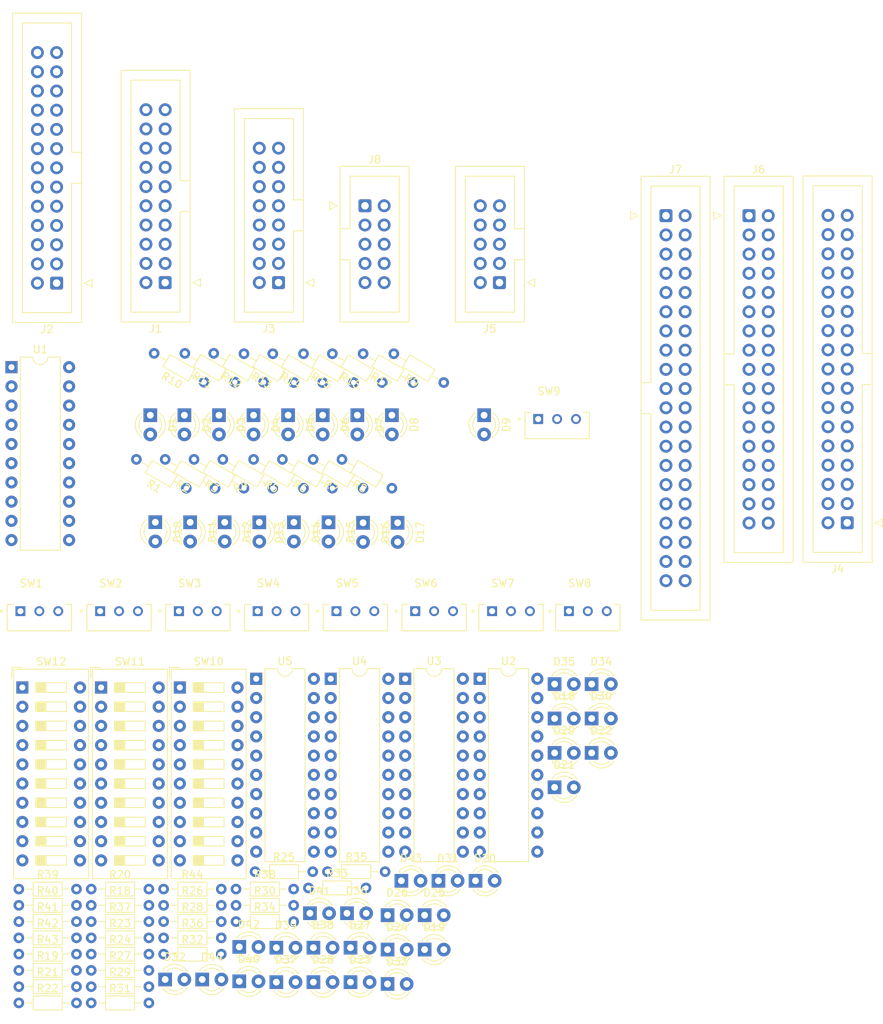
<source format=kicad_pcb>
(kicad_pcb (version 20171130) (host pcbnew "(5.0.2)-1")
  (layers (0 F.Cu signal) (31 B.Cu signal) (34 B.Paste user) (35 F.Paste user) (36 B.SilkS user) (37 F.SilkS user) (38 B.Mask user) (39 F.Mask user) (44 Edge.Cuts user))
  (net 0 "")
  (net 1 "Net-(D1-Pad1)")
  (net 2 "Net-(D2-Pad1)")
  (net 3 "Net-(D3-Pad1)")
  (net 4 "Net-(D4-Pad1)")
  (net 5 "Net-(D5-Pad1)")
  (net 6 "Net-(D6-Pad1)")
  (net 7 "Net-(D7-Pad1)")
  (net 8 "Net-(D8-Pad1)")
  (net 9 +5V)
  (net 10 "Net-(D9-Pad1)")
  (net 11 GND)
  (net 12 "Net-(R9-Pad2)")
  (net 13 "Net-(D10-Pad2)")
  (net 14 "Net-(D10-Pad1)")
  (net 15 "Net-(D11-Pad1)")
  (net 16 "Net-(D11-Pad2)")
  (net 17 "Net-(D12-Pad2)")
  (net 18 "Net-(D12-Pad1)")
  (net 19 "Net-(D13-Pad1)")
  (net 20 "Net-(D13-Pad2)")
  (net 21 "Net-(D14-Pad2)")
  (net 22 "Net-(D14-Pad1)")
  (net 23 "Net-(D15-Pad1)")
  (net 24 "Net-(D15-Pad2)")
  (net 25 "Net-(D16-Pad2)")
  (net 26 "Net-(D16-Pad1)")
  (net 27 "Net-(D17-Pad1)")
  (net 28 "Net-(D17-Pad2)")
  (net 29 "Net-(J1-Pad1)")
  (net 30 "Net-(J1-Pad3)")
  (net 31 "Net-(J1-Pad5)")
  (net 32 "Net-(J1-Pad7)")
  (net 33 "Net-(J1-Pad2)")
  (net 34 "Net-(J1-Pad4)")
  (net 35 "Net-(J1-Pad6)")
  (net 36 "Net-(J1-Pad8)")
  (net 37 "Net-(D18-Pad1)")
  (net 38 "Net-(D19-Pad1)")
  (net 39 "Net-(D20-Pad1)")
  (net 40 "Net-(D21-Pad1)")
  (net 41 "Net-(D22-Pad1)")
  (net 42 "Net-(D23-Pad1)")
  (net 43 "Net-(D24-Pad1)")
  (net 44 "Net-(D25-Pad1)")
  (net 45 "Net-(D26-Pad1)")
  (net 46 "Net-(D27-Pad1)")
  (net 47 "Net-(D28-Pad1)")
  (net 48 "Net-(D29-Pad1)")
  (net 49 "Net-(D30-Pad1)")
  (net 50 "Net-(D31-Pad1)")
  (net 51 "Net-(D32-Pad1)")
  (net 52 "Net-(D33-Pad1)")
  (net 53 "Net-(D34-Pad1)")
  (net 54 "Net-(D35-Pad1)")
  (net 55 "Net-(D36-Pad1)")
  (net 56 "Net-(D37-Pad1)")
  (net 57 "Net-(D38-Pad1)")
  (net 58 "Net-(D39-Pad1)")
  (net 59 "Net-(D40-Pad1)")
  (net 60 "Net-(D41-Pad1)")
  (net 61 "Net-(D42-Pad1)")
  (net 62 "Net-(D43-Pad1)")
  (net 63 "Net-(D44-Pad1)")
  (net 64 "Net-(R18-Pad2)")
  (net 65 "Net-(SW10-Pad1)")
  (module LED_THT:LED_D3.0mm (layer F.Cu) (at 39.6875 49.276 270)
    (fp_text reference D1 (at 1.27 -2.96 270) (layer F.SilkS))
    (fp_text value LED)
    (pad 1 thru_hole rect (at 0 0 270) (size 1.8 1.8) (drill 0.9) (layers *.Cu *.Mask) (net 1 "Net-(D1-Pad1)"))
    (pad 2 thru_hole circle (at 2.54 0 270) (size 1.8 1.8) (drill 0.9) (layers *.Cu *.Mask))
  )
  (module LED_THT:LED_D3.0mm (layer F.Cu) (at 44.196 49.276 270)
    (fp_text reference D2 (at 1.27 -2.96 270) (layer F.SilkS))
    (fp_text value LED)
    (pad 2 thru_hole circle (at 2.54 0 270) (size 1.8 1.8) (drill 0.9) (layers *.Cu *.Mask))
    (pad 1 thru_hole rect (at 0 0 270) (size 1.8 1.8) (drill 0.9) (layers *.Cu *.Mask) (net 2 "Net-(D2-Pad1)"))
  )
  (module LED_THT:LED_D3.0mm (layer F.Cu) (at 48.768 49.276 270)
    (fp_text reference D3 (at 1.27 -2.96 270) (layer F.SilkS))
    (fp_text value LED)
    (pad 1 thru_hole rect (at 0 0 270) (size 1.8 1.8) (drill 0.9) (layers *.Cu *.Mask) (net 3 "Net-(D3-Pad1)"))
    (pad 2 thru_hole circle (at 2.54 0 270) (size 1.8 1.8) (drill 0.9) (layers *.Cu *.Mask))
  )
  (module LED_THT:LED_D3.0mm (layer F.Cu) (at 53.34 49.276 270)
    (fp_text reference D4 (at 1.27 -2.96 270) (layer F.SilkS))
    (fp_text value LED)
    (pad 2 thru_hole circle (at 2.54 0 270) (size 1.8 1.8) (drill 0.9) (layers *.Cu *.Mask))
    (pad 1 thru_hole rect (at 0 0 270) (size 1.8 1.8) (drill 0.9) (layers *.Cu *.Mask) (net 4 "Net-(D4-Pad1)"))
  )
  (module LED_THT:LED_D3.0mm (layer F.Cu) (at 57.912 49.276 270)
    (fp_text reference D5 (at 1.27 -2.96 270) (layer F.SilkS))
    (fp_text value LED)
    (pad 1 thru_hole rect (at 0 0 270) (size 1.8 1.8) (drill 0.9) (layers *.Cu *.Mask) (net 5 "Net-(D5-Pad1)"))
    (pad 2 thru_hole circle (at 2.54 0 270) (size 1.8 1.8) (drill 0.9) (layers *.Cu *.Mask))
  )
  (module LED_THT:LED_D3.0mm (layer F.Cu) (at 62.484 49.276 270)
    (fp_text reference D6 (at 1.27 -2.96 270) (layer F.SilkS))
    (fp_text value LED)
    (pad 1 thru_hole rect (at 0 0 270) (size 1.8 1.8) (drill 0.9) (layers *.Cu *.Mask) (net 6 "Net-(D6-Pad1)"))
    (pad 2 thru_hole circle (at 2.54 0 270) (size 1.8 1.8) (drill 0.9) (layers *.Cu *.Mask))
  )
  (module LED_THT:LED_D3.0mm (layer F.Cu) (at 67.056 49.276 270)
    (fp_text reference D7 (at 1.27 -2.96 270) (layer F.SilkS))
    (fp_text value LED)
    (pad 2 thru_hole circle (at 2.54 0 270) (size 1.8 1.8) (drill 0.9) (layers *.Cu *.Mask))
    (pad 1 thru_hole rect (at 0 0 270) (size 1.8 1.8) (drill 0.9) (layers *.Cu *.Mask) (net 7 "Net-(D7-Pad1)"))
  )
  (module LED_THT:LED_D3.0mm (layer F.Cu) (at 71.628 49.276 270)
    (fp_text reference D8 (at 1.27 -2.96 270) (layer F.SilkS))
    (fp_text value LED)
    (pad 1 thru_hole rect (at 0 0 270) (size 1.8 1.8) (drill 0.9) (layers *.Cu *.Mask) (net 8 "Net-(D8-Pad1)"))
    (pad 2 thru_hole circle (at 2.54 0 270) (size 1.8 1.8) (drill 0.9) (layers *.Cu *.Mask))
  )
  (module LED_THT:LED_D3.0mm (layer F.Cu) (at 83.82 49.276 270)
    (fp_text reference D9 (at 1.27 -2.96 270) (layer F.SilkS))
    (fp_text value LED)
    (pad 2 thru_hole circle (at 2.54 0 270) (size 1.8 1.8) (drill 0.9) (layers *.Cu *.Mask) (net 9 +5V))
    (pad 1 thru_hole rect (at 0 0 270) (size 1.8 1.8) (drill 0.9) (layers *.Cu *.Mask) (net 10 "Net-(D9-Pad1)"))
  )
  (module Connector_IDC:IDC-Header_2x05_P2.54mm_Vertical (layer F.Cu) (at 85.852 31.75 180)
    (fp_text reference J5 (at 1.27 -6.1 180) (layer F.SilkS))
    (fp_text value "Bot Loader")
    (pad 1 thru_hole roundrect (at 0 0 180) (size 1.7 1.7) (drill 1) (layers *.Cu *.Mask) (roundrect_rratio 0.147059))
    (pad 3 thru_hole circle (at 0 2.54 180) (size 1.7 1.7) (drill 1) (layers *.Cu *.Mask))
    (pad 5 thru_hole circle (at 0 5.08 180) (size 1.7 1.7) (drill 1) (layers *.Cu *.Mask))
    (pad 7 thru_hole circle (at 0 7.62 180) (size 1.7 1.7) (drill 1) (layers *.Cu *.Mask))
    (pad 9 thru_hole circle (at 0 10.16 180) (size 1.7 1.7) (drill 1) (layers *.Cu *.Mask))
    (pad 2 thru_hole circle (at 2.54 0 180) (size 1.7 1.7) (drill 1) (layers *.Cu *.Mask))
    (pad 4 thru_hole circle (at 2.54 2.54 180) (size 1.7 1.7) (drill 1) (layers *.Cu *.Mask))
    (pad 6 thru_hole circle (at 2.54 5.08 180) (size 1.7 1.7) (drill 1) (layers *.Cu *.Mask))
    (pad 8 thru_hole circle (at 2.54 7.62 180) (size 1.7 1.7) (drill 1) (layers *.Cu *.Mask))
    (pad 10 thru_hole circle (at 2.54 10.16 180) (size 1.7 1.7) (drill 1) (layers *.Cu *.Mask))
  )
  (module Resistor_THT:R_Axial_DIN0204_L3.6mm_D1.6mm_P7.62mm_Horizontal (layer F.Cu) (at 44.45 58.928 150)
    (fp_text reference R1 (at 3.81 -1.92 150) (layer F.SilkS))
    (fp_text value 1000)
    (pad 2 thru_hole oval (at 7.62 0 150) (size 1.4 1.4) (drill 0.7) (layers *.Cu *.Mask) (net 11 GND))
    (pad 1 thru_hole circle (at 0 0 150) (size 1.4 1.4) (drill 0.7) (layers *.Cu *.Mask) (net 14 "Net-(D10-Pad1)"))
  )
  (module Resistor_THT:R_Axial_DIN0204_L3.6mm_D1.6mm_P7.62mm_Horizontal (layer F.Cu) (at 48.26 58.928 150)
    (fp_text reference R2 (at 3.81 -1.92 150) (layer F.SilkS))
    (fp_text value 1000)
    (pad 1 thru_hole circle (at 0 0 150) (size 1.4 1.4) (drill 0.7) (layers *.Cu *.Mask) (net 15 "Net-(D11-Pad1)"))
    (pad 2 thru_hole oval (at 7.62 0 150) (size 1.4 1.4) (drill 0.7) (layers *.Cu *.Mask) (net 11 GND))
  )
  (module Resistor_THT:R_Axial_DIN0204_L3.6mm_D1.6mm_P7.62mm_Horizontal (layer F.Cu) (at 52.07 58.928 150)
    (fp_text reference R3 (at 3.81 -1.92 150) (layer F.SilkS))
    (fp_text value 1000)
    (pad 1 thru_hole circle (at 0 0 150) (size 1.4 1.4) (drill 0.7) (layers *.Cu *.Mask) (net 18 "Net-(D12-Pad1)"))
    (pad 2 thru_hole oval (at 7.62 0 150) (size 1.4 1.4) (drill 0.7) (layers *.Cu *.Mask) (net 11 GND))
  )
  (module Resistor_THT:R_Axial_DIN0204_L3.6mm_D1.6mm_P7.62mm_Horizontal (layer F.Cu) (at 55.88 58.928 150)
    (fp_text reference R4 (at 3.81 -1.92 210) (layer F.SilkS))
    (fp_text value R)
    (pad 2 thru_hole oval (at 7.62 0 150) (size 1.4 1.4) (drill 0.7) (layers *.Cu *.Mask) (net 11 GND))
    (pad 1 thru_hole circle (at 0 0 150) (size 1.4 1.4) (drill 0.7) (layers *.Cu *.Mask) (net 19 "Net-(D13-Pad1)"))
  )
  (module Resistor_THT:R_Axial_DIN0204_L3.6mm_D1.6mm_P7.62mm_Horizontal (layer F.Cu) (at 59.944 58.928 150)
    (fp_text reference R5 (at 3.81 -1.92 150) (layer F.SilkS))
    (fp_text value R)
    (pad 1 thru_hole circle (at 0 0 150) (size 1.4 1.4) (drill 0.7) (layers *.Cu *.Mask) (net 22 "Net-(D14-Pad1)"))
    (pad 2 thru_hole oval (at 7.62 0 150) (size 1.4 1.4) (drill 0.7) (layers *.Cu *.Mask) (net 11 GND))
  )
  (module Resistor_THT:R_Axial_DIN0204_L3.6mm_D1.6mm_P7.62mm_Horizontal (layer F.Cu) (at 63.754 58.928 150)
    (fp_text reference R6 (at 3.81 -1.92 150) (layer F.SilkS))
    (fp_text value R)
    (pad 2 thru_hole oval (at 7.62 0 150) (size 1.4 1.4) (drill 0.7) (layers *.Cu *.Mask) (net 11 GND))
    (pad 1 thru_hole circle (at 0 0 150) (size 1.4 1.4) (drill 0.7) (layers *.Cu *.Mask) (net 23 "Net-(D15-Pad1)"))
  )
  (module Resistor_THT:R_Axial_DIN0204_L3.6mm_D1.6mm_P7.62mm_Horizontal (layer F.Cu) (at 67.818 58.928 150)
    (fp_text reference R7 (at 3.81 -1.92 150) (layer F.SilkS))
    (fp_text value R)
    (pad 1 thru_hole circle (at 0 0 150) (size 1.4 1.4) (drill 0.7) (layers *.Cu *.Mask) (net 26 "Net-(D16-Pad1)"))
    (pad 2 thru_hole oval (at 7.62 0 150) (size 1.4 1.4) (drill 0.7) (layers *.Cu *.Mask) (net 11 GND))
  )
  (module Resistor_THT:R_Axial_DIN0204_L3.6mm_D1.6mm_P7.62mm_Horizontal (layer F.Cu) (at 71.628 58.928 150)
    (fp_text reference R8 (at 3.81 -1.92 150) (layer F.SilkS))
    (fp_text value R)
    (pad 1 thru_hole circle (at 0 0 150) (size 1.4 1.4) (drill 0.7) (layers *.Cu *.Mask) (net 27 "Net-(D17-Pad1)"))
    (pad 2 thru_hole oval (at 7.62 0 150) (size 1.4 1.4) (drill 0.7) (layers *.Cu *.Mask) (net 11 GND))
  )
  (module Resistor_THT:R_Axial_DIN0204_L3.6mm_D1.6mm_P7.62mm_Horizontal (layer F.Cu) (at 78.486 44.958 150)
    (fp_text reference R9 (at 3.81 -1.92 150) (layer F.SilkS))
    (fp_text value 470)
    (pad 2 thru_hole oval (at 7.62 0 150) (size 1.4 1.4) (drill 0.7) (layers *.Cu *.Mask) (net 12 "Net-(R9-Pad2)"))
    (pad 1 thru_hole circle (at 0 0 150) (size 1.4 1.4) (drill 0.7) (layers *.Cu *.Mask) (net 10 "Net-(D9-Pad1)"))
  )
  (module Resistor_THT:R_Axial_DIN0204_L3.6mm_D1.6mm_P7.62mm_Horizontal (layer F.Cu) (at 46.800664 44.910747 150)
    (fp_text reference R10 (at 3.81 -1.92 150) (layer F.SilkS))
    (fp_text value 1000)
    (pad 2 thru_hole oval (at 7.62 0 150) (size 1.4 1.4) (drill 0.7) (layers *.Cu *.Mask) (net 11 GND))
    (pad 1 thru_hole circle (at 0 0 150) (size 1.4 1.4) (drill 0.7) (layers *.Cu *.Mask) (net 1 "Net-(D1-Pad1)"))
  )
  (module Resistor_THT:R_Axial_DIN0204_L3.6mm_D1.6mm_P7.62mm_Horizontal (layer F.Cu) (at 50.864663 44.910747 150)
    (fp_text reference R11 (at 3.81 -1.92 150) (layer F.SilkS))
    (fp_text value 1000)
    (pad 1 thru_hole circle (at 0 0 150) (size 1.4 1.4) (drill 0.7) (layers *.Cu *.Mask) (net 2 "Net-(D2-Pad1)"))
    (pad 2 thru_hole oval (at 7.62 0 150) (size 1.4 1.4) (drill 0.7) (layers *.Cu *.Mask) (net 11 GND))
  )
  (module Resistor_THT:R_Axial_DIN0204_L3.6mm_D1.6mm_P7.62mm_Horizontal (layer F.Cu) (at 54.674664 44.910747 150)
    (fp_text reference R12 (at 3.81 -1.92 150) (layer F.SilkS))
    (fp_text value 1000)
    (pad 2 thru_hole oval (at 7.62 0 150) (size 1.4 1.4) (drill 0.7) (layers *.Cu *.Mask) (net 11 GND))
    (pad 1 thru_hole circle (at 0 0 150) (size 1.4 1.4) (drill 0.7) (layers *.Cu *.Mask) (net 3 "Net-(D3-Pad1)"))
  )
  (module Resistor_THT:R_Axial_DIN0204_L3.6mm_D1.6mm_P7.62mm_Horizontal (layer F.Cu) (at 58.674 44.958 150)
    (fp_text reference R13 (at 3.81 -1.92 150) (layer F.SilkS))
    (fp_text value 1000)
    (pad 1 thru_hole circle (at 0 0 150) (size 1.4 1.4) (drill 0.7) (layers *.Cu *.Mask) (net 4 "Net-(D4-Pad1)"))
    (pad 2 thru_hole oval (at 7.62 0 150) (size 1.4 1.4) (drill 0.7) (layers *.Cu *.Mask) (net 11 GND))
  )
  (module Resistor_THT:R_Axial_DIN0204_L3.6mm_D1.6mm_P7.62mm_Horizontal (layer F.Cu) (at 62.484 44.958 150)
    (fp_text reference R14 (at 3.81 -1.92 150) (layer F.SilkS))
    (fp_text value 1000)
    (pad 2 thru_hole oval (at 7.62 0 150) (size 1.4 1.4) (drill 0.7) (layers *.Cu *.Mask) (net 11 GND))
    (pad 1 thru_hole circle (at 0 0 150) (size 1.4 1.4) (drill 0.7) (layers *.Cu *.Mask) (net 5 "Net-(D5-Pad1)"))
  )
  (module Resistor_THT:R_Axial_DIN0204_L3.6mm_D1.6mm_P7.62mm_Horizontal (layer F.Cu) (at 66.548 44.958 150)
    (fp_text reference R15 (at 3.81 -1.92 150) (layer F.SilkS))
    (fp_text value 1000)
    (pad 1 thru_hole circle (at 0 0 150) (size 1.4 1.4) (drill 0.7) (layers *.Cu *.Mask) (net 6 "Net-(D6-Pad1)"))
    (pad 2 thru_hole oval (at 7.62 0 150) (size 1.4 1.4) (drill 0.7) (layers *.Cu *.Mask) (net 11 GND))
  )
  (module Resistor_THT:R_Axial_DIN0204_L3.6mm_D1.6mm_P7.62mm_Horizontal (layer F.Cu) (at 70.358 44.958 150)
    (fp_text reference R16 (at 3.81 -1.92 150) (layer F.SilkS))
    (fp_text value 1000)
    (pad 2 thru_hole oval (at 7.62 0 150) (size 1.4 1.4) (drill 0.7) (layers *.Cu *.Mask) (net 11 GND))
    (pad 1 thru_hole circle (at 0 0 150) (size 1.4 1.4) (drill 0.7) (layers *.Cu *.Mask) (net 7 "Net-(D7-Pad1)"))
  )
  (module Resistor_THT:R_Axial_DIN0204_L3.6mm_D1.6mm_P7.62mm_Horizontal (layer F.Cu) (at 74.422 44.958 150)
    (fp_text reference R17 (at 3.81 -1.92 150) (layer F.SilkS))
    (fp_text value 1000)
    (pad 1 thru_hole circle (at 0 0 150) (size 1.4 1.4) (drill 0.7) (layers *.Cu *.Mask) (net 8 "Net-(D8-Pad1)"))
    (pad 2 thru_hole oval (at 7.62 0 150) (size 1.4 1.4) (drill 0.7) (layers *.Cu *.Mask) (net 11 GND))
  )
  (module EG1270:SW_EG1270 (layer F.Cu) (at 25.019 75.184)
    (fp_text reference SW1 (at -1.075 -3.675) (layer F.SilkS))
    (fp_text value SW_DIP_x01)
    (pad 3 thru_hole circle (at 2.5 0) (size 1.308 1.308) (drill 0.8) (layers *.Cu *.Mask))
    (pad 2 thru_hole circle (at 0 0) (size 1.308 1.308) (drill 0.8) (layers *.Cu *.Mask) (net 24 "Net-(D15-Pad2)"))
    (pad 1 thru_hole rect (at -2.5 0) (size 1.308 1.308) (drill 0.8) (layers *.Cu *.Mask) (net 9 +5V))
  )
  (module EG1270:SW_EG1270 (layer F.Cu) (at 35.56 75.184)
    (fp_text reference SW2 (at -1.075 -3.675) (layer F.SilkS))
    (fp_text value SW_DIP_x01)
    (pad 1 thru_hole rect (at -2.5 0) (size 1.308 1.308) (drill 0.8) (layers *.Cu *.Mask) (net 9 +5V))
    (pad 2 thru_hole circle (at 0 0) (size 1.308 1.308) (drill 0.8) (layers *.Cu *.Mask) (net 25 "Net-(D16-Pad2)"))
    (pad 3 thru_hole circle (at 2.5 0) (size 1.308 1.308) (drill 0.8) (layers *.Cu *.Mask))
  )
  (module EG1270:SW_EG1270 (layer F.Cu) (at 45.974 75.184)
    (fp_text reference SW3 (at -1.075 -3.675) (layer F.SilkS))
    (fp_text value SW_DIP_x01)
    (pad 3 thru_hole circle (at 2.5 0) (size 1.308 1.308) (drill 0.8) (layers *.Cu *.Mask))
    (pad 2 thru_hole circle (at 0 0) (size 1.308 1.308) (drill 0.8) (layers *.Cu *.Mask) (net 28 "Net-(D17-Pad2)"))
    (pad 1 thru_hole rect (at -2.5 0) (size 1.308 1.308) (drill 0.8) (layers *.Cu *.Mask) (net 9 +5V))
  )
  (module EG1270:SW_EG1270 (layer F.Cu) (at 56.388 75.184)
    (fp_text reference SW4 (at -1.075 -3.675) (layer F.SilkS))
    (fp_text value SW_DIP_x01)
    (pad 1 thru_hole rect (at -2.5 0) (size 1.308 1.308) (drill 0.8) (layers *.Cu *.Mask) (net 9 +5V))
    (pad 2 thru_hole circle (at 0 0) (size 1.308 1.308) (drill 0.8) (layers *.Cu *.Mask) (net 13 "Net-(D10-Pad2)"))
    (pad 3 thru_hole circle (at 2.5 0) (size 1.308 1.308) (drill 0.8) (layers *.Cu *.Mask))
  )
  (module EG1270:SW_EG1270 (layer F.Cu) (at 66.802 75.184)
    (fp_text reference SW5 (at -1.075 -3.675) (layer F.SilkS))
    (fp_text value SW_DIP_x01)
    (pad 1 thru_hole rect (at -2.5 0) (size 1.308 1.308) (drill 0.8) (layers *.Cu *.Mask) (net 9 +5V))
    (pad 2 thru_hole circle (at 0 0) (size 1.308 1.308) (drill 0.8) (layers *.Cu *.Mask) (net 16 "Net-(D11-Pad2)"))
    (pad 3 thru_hole circle (at 2.5 0) (size 1.308 1.308) (drill 0.8) (layers *.Cu *.Mask))
  )
  (module EG1270:SW_EG1270 (layer F.Cu) (at 77.216 75.184)
    (fp_text reference SW6 (at -1.075 -3.675) (layer F.SilkS))
    (fp_text value SW_DIP_x01)
    (pad 1 thru_hole rect (at -2.5 0) (size 1.308 1.308) (drill 0.8) (layers *.Cu *.Mask) (net 9 +5V))
    (pad 2 thru_hole circle (at 0 0) (size 1.308 1.308) (drill 0.8) (layers *.Cu *.Mask) (net 17 "Net-(D12-Pad2)"))
    (pad 3 thru_hole circle (at 2.5 0) (size 1.308 1.308) (drill 0.8) (layers *.Cu *.Mask))
  )
  (module EG1270:SW_EG1270 (layer F.Cu) (at 87.376 75.184)
    (fp_text reference SW7 (at -1.075 -3.675) (layer F.SilkS))
    (fp_text value SW_DIP_x01)
    (pad 3 thru_hole circle (at 2.5 0) (size 1.308 1.308) (drill 0.8) (layers *.Cu *.Mask))
    (pad 2 thru_hole circle (at 0 0) (size 1.308 1.308) (drill 0.8) (layers *.Cu *.Mask) (net 20 "Net-(D13-Pad2)"))
    (pad 1 thru_hole rect (at -2.5 0) (size 1.308 1.308) (drill 0.8) (layers *.Cu *.Mask) (net 9 +5V))
  )
  (module EG1270:SW_EG1270 (layer F.Cu) (at 97.536 75.184)
    (fp_text reference SW8 (at -1.075 -3.675) (layer F.SilkS))
    (fp_text value SW_DIP_x01)
    (pad 1 thru_hole rect (at -2.5 0) (size 1.308 1.308) (drill 0.8) (layers *.Cu *.Mask) (net 9 +5V))
    (pad 2 thru_hole circle (at 0 0) (size 1.308 1.308) (drill 0.8) (layers *.Cu *.Mask) (net 21 "Net-(D14-Pad2)"))
    (pad 3 thru_hole circle (at 2.5 0) (size 1.308 1.308) (drill 0.8) (layers *.Cu *.Mask))
  )
  (module EG1270:SW_EG1270 (layer F.Cu) (at 93.472 49.784)
    (fp_text reference SW9 (at -1.075 -3.675) (layer F.SilkS))
    (fp_text value SW_DIP_x01)
    (pad 3 thru_hole circle (at 2.5 0) (size 1.308 1.308) (drill 0.8) (layers *.Cu *.Mask))
    (pad 2 thru_hole circle (at 0 0) (size 1.308 1.308) (drill 0.8) (layers *.Cu *.Mask) (net 12 "Net-(R9-Pad2)"))
    (pad 1 thru_hole rect (at -2.5 0) (size 1.308 1.308) (drill 0.8) (layers *.Cu *.Mask) (net 11 GND))
  )
  (module Package_DIP:DIP-20_W7.62mm (layer F.Cu) (at 21.336 42.926)
    (fp_text reference U1 (at 3.81 -2.33) (layer F.SilkS))
    (fp_text value 74LS245)
    (pad 1 thru_hole rect (at 0 0) (size 1.6 1.6) (drill 0.8) (layers *.Cu *.Mask) (net 9 +5V))
    (pad 11 thru_hole oval (at 7.62 22.86) (size 1.6 1.6) (drill 0.8) (layers *.Cu *.Mask) (net 36 "Net-(J1-Pad8)"))
    (pad 2 thru_hole oval (at 0 2.54) (size 1.6 1.6) (drill 0.8) (layers *.Cu *.Mask) (net 13 "Net-(D10-Pad2)"))
    (pad 12 thru_hole oval (at 7.62 20.32) (size 1.6 1.6) (drill 0.8) (layers *.Cu *.Mask) (net 32 "Net-(J1-Pad7)"))
    (pad 3 thru_hole oval (at 0 5.08) (size 1.6 1.6) (drill 0.8) (layers *.Cu *.Mask) (net 16 "Net-(D11-Pad2)"))
    (pad 13 thru_hole oval (at 7.62 17.78) (size 1.6 1.6) (drill 0.8) (layers *.Cu *.Mask) (net 35 "Net-(J1-Pad6)"))
    (pad 4 thru_hole oval (at 0 7.62) (size 1.6 1.6) (drill 0.8) (layers *.Cu *.Mask) (net 17 "Net-(D12-Pad2)"))
    (pad 14 thru_hole oval (at 7.62 15.24) (size 1.6 1.6) (drill 0.8) (layers *.Cu *.Mask) (net 31 "Net-(J1-Pad5)"))
    (pad 5 thru_hole oval (at 0 10.16) (size 1.6 1.6) (drill 0.8) (layers *.Cu *.Mask) (net 20 "Net-(D13-Pad2)"))
    (pad 15 thru_hole oval (at 7.62 12.7) (size 1.6 1.6) (drill 0.8) (layers *.Cu *.Mask) (net 34 "Net-(J1-Pad4)"))
    (pad 6 thru_hole oval (at 0 12.7) (size 1.6 1.6) (drill 0.8) (layers *.Cu *.Mask) (net 21 "Net-(D14-Pad2)"))
    (pad 16 thru_hole oval (at 7.62 10.16) (size 1.6 1.6) (drill 0.8) (layers *.Cu *.Mask) (net 30 "Net-(J1-Pad3)"))
    (pad 7 thru_hole oval (at 0 15.24) (size 1.6 1.6) (drill 0.8) (layers *.Cu *.Mask) (net 24 "Net-(D15-Pad2)"))
    (pad 17 thru_hole oval (at 7.62 7.62) (size 1.6 1.6) (drill 0.8) (layers *.Cu *.Mask) (net 33 "Net-(J1-Pad2)"))
    (pad 8 thru_hole oval (at 0 17.78) (size 1.6 1.6) (drill 0.8) (layers *.Cu *.Mask) (net 25 "Net-(D16-Pad2)"))
    (pad 18 thru_hole oval (at 7.62 5.08) (size 1.6 1.6) (drill 0.8) (layers *.Cu *.Mask) (net 29 "Net-(J1-Pad1)"))
    (pad 9 thru_hole oval (at 0 20.32) (size 1.6 1.6) (drill 0.8) (layers *.Cu *.Mask) (net 28 "Net-(D17-Pad2)"))
    (pad 19 thru_hole oval (at 7.62 2.54) (size 1.6 1.6) (drill 0.8) (layers *.Cu *.Mask) (net 12 "Net-(R9-Pad2)"))
    (pad 10 thru_hole oval (at 0 22.86) (size 1.6 1.6) (drill 0.8) (layers *.Cu *.Mask) (net 11 GND))
    (pad 20 thru_hole oval (at 7.62 0) (size 1.6 1.6) (drill 0.8) (layers *.Cu *.Mask))
  )
  (module LED_THT:LED_D3.0mm (layer F.Cu) (at 40.354501 63.425501 270)
    (fp_text reference D10 (at 1.27 -2.96 270) (layer F.SilkS))
    (fp_text value LED)
    (pad 2 thru_hole circle (at 2.54 0 270) (size 1.8 1.8) (drill 0.9) (layers *.Cu *.Mask) (net 13 "Net-(D10-Pad2)"))
    (pad 1 thru_hole rect (at 0 0 270) (size 1.8 1.8) (drill 0.9) (layers *.Cu *.Mask) (net 14 "Net-(D10-Pad1)"))
  )
  (module LED_THT:LED_D3.0mm (layer F.Cu) (at 44.958 63.4365 270)
    (fp_text reference D11 (at 1.27 -2.96 270) (layer F.SilkS))
    (fp_text value LED)
    (pad 1 thru_hole rect (at 0 0 270) (size 1.8 1.8) (drill 0.9) (layers *.Cu *.Mask) (net 15 "Net-(D11-Pad1)"))
    (pad 2 thru_hole circle (at 2.54 0 270) (size 1.8 1.8) (drill 0.9) (layers *.Cu *.Mask) (net 16 "Net-(D11-Pad2)"))
  )
  (module LED_THT:LED_D3.0mm (layer F.Cu) (at 49.53 63.4365 270)
    (fp_text reference D12 (at 1.27 -2.96 270) (layer F.SilkS))
    (fp_text value LED)
    (pad 2 thru_hole circle (at 2.54 0 270) (size 1.8 1.8) (drill 0.9) (layers *.Cu *.Mask) (net 17 "Net-(D12-Pad2)"))
    (pad 1 thru_hole rect (at 0 0 270) (size 1.8 1.8) (drill 0.9) (layers *.Cu *.Mask) (net 18 "Net-(D12-Pad1)"))
  )
  (module LED_THT:LED_D3.0mm (layer F.Cu) (at 54.102 63.4365 270)
    (fp_text reference D13 (at 1.354499 -2.634001 270) (layer F.SilkS))
    (fp_text value LED)
    (pad 1 thru_hole rect (at 0 0 270) (size 1.8 1.8) (drill 0.9) (layers *.Cu *.Mask) (net 19 "Net-(D13-Pad1)"))
    (pad 2 thru_hole circle (at 2.54 0 270) (size 1.8 1.8) (drill 0.9) (layers *.Cu *.Mask) (net 20 "Net-(D13-Pad2)"))
  )
  (module LED_THT:LED_D3.0mm (layer F.Cu) (at 58.674 63.4365 270)
    (fp_text reference D14 (at 1.27 -2.96 270) (layer F.SilkS))
    (fp_text value LED)
    (pad 2 thru_hole circle (at 2.54 0 270) (size 1.8 1.8) (drill 0.9) (layers *.Cu *.Mask) (net 21 "Net-(D14-Pad2)"))
    (pad 1 thru_hole rect (at 0 0 270) (size 1.8 1.8) (drill 0.9) (layers *.Cu *.Mask) (net 22 "Net-(D14-Pad1)"))
  )
  (module LED_THT:LED_D3.0mm (layer F.Cu) (at 63.246 63.4365 270)
    (fp_text reference D15 (at 1.27 -2.96 270) (layer F.SilkS))
    (fp_text value LED)
    (pad 1 thru_hole rect (at 0 0 270) (size 1.8 1.8) (drill 0.9) (layers *.Cu *.Mask) (net 23 "Net-(D15-Pad1)"))
    (pad 2 thru_hole circle (at 2.54 0 270) (size 1.8 1.8) (drill 0.9) (layers *.Cu *.Mask) (net 24 "Net-(D15-Pad2)"))
  )
  (module LED_THT:LED_D3.0mm (layer F.Cu) (at 67.818 63.5 270)
    (fp_text reference D16 (at 1.27 -2.96 270) (layer F.SilkS))
    (fp_text value LED)
    (pad 2 thru_hole circle (at 2.54 0 270) (size 1.8 1.8) (drill 0.9) (layers *.Cu *.Mask) (net 25 "Net-(D16-Pad2)"))
    (pad 1 thru_hole rect (at 0 0 270) (size 1.8 1.8) (drill 0.9) (layers *.Cu *.Mask) (net 26 "Net-(D16-Pad1)"))
  )
  (module LED_THT:LED_D3.0mm (layer F.Cu) (at 72.39 63.5 270)
    (fp_text reference D17 (at 1.27 -2.96 270) (layer F.SilkS))
    (fp_text value LED)
    (pad 1 thru_hole rect (at 0 0 270) (size 1.8 1.8) (drill 0.9) (layers *.Cu *.Mask) (net 27 "Net-(D17-Pad1)"))
    (pad 2 thru_hole circle (at 2.54 0 270) (size 1.8 1.8) (drill 0.9) (layers *.Cu *.Mask) (net 28 "Net-(D17-Pad2)"))
  )
  (module Connector_IDC:IDC-Header_2x10_P2.54mm_Vertical (layer F.Cu) (at 41.656 31.75 180)
    (fp_text reference J1 (at 1.27 -6.1 180) (layer F.SilkS))
    (fp_text value "General Registers")
    (pad 1 thru_hole roundrect (at 0 0 180) (size 1.7 1.7) (drill 1) (layers *.Cu *.Mask) (roundrect_rratio 0.147059) (net 29 "Net-(J1-Pad1)"))
    (pad 3 thru_hole circle (at 0 2.54 180) (size 1.7 1.7) (drill 1) (layers *.Cu *.Mask) (net 30 "Net-(J1-Pad3)"))
    (pad 5 thru_hole circle (at 0 5.08 180) (size 1.7 1.7) (drill 1) (layers *.Cu *.Mask) (net 31 "Net-(J1-Pad5)"))
    (pad 7 thru_hole circle (at 0 7.62 180) (size 1.7 1.7) (drill 1) (layers *.Cu *.Mask) (net 32 "Net-(J1-Pad7)"))
    (pad 9 thru_hole circle (at 0 10.16 180) (size 1.7 1.7) (drill 1) (layers *.Cu *.Mask))
    (pad 11 thru_hole circle (at 0 12.7 180) (size 1.7 1.7) (drill 1) (layers *.Cu *.Mask))
    (pad 13 thru_hole circle (at 0 15.24 180) (size 1.7 1.7) (drill 1) (layers *.Cu *.Mask))
    (pad 15 thru_hole circle (at 0 17.78 180) (size 1.7 1.7) (drill 1) (layers *.Cu *.Mask))
    (pad 17 thru_hole circle (at 0 20.32 180) (size 1.7 1.7) (drill 1) (layers *.Cu *.Mask))
    (pad 19 thru_hole circle (at 0 22.86 180) (size 1.7 1.7) (drill 1) (layers *.Cu *.Mask))
    (pad 2 thru_hole circle (at 2.54 0 180) (size 1.7 1.7) (drill 1) (layers *.Cu *.Mask) (net 33 "Net-(J1-Pad2)"))
    (pad 4 thru_hole circle (at 2.54 2.54 180) (size 1.7 1.7) (drill 1) (layers *.Cu *.Mask) (net 34 "Net-(J1-Pad4)"))
    (pad 6 thru_hole circle (at 2.54 5.08 180) (size 1.7 1.7) (drill 1) (layers *.Cu *.Mask) (net 35 "Net-(J1-Pad6)"))
    (pad 8 thru_hole circle (at 2.54 7.62 180) (size 1.7 1.7) (drill 1) (layers *.Cu *.Mask) (net 36 "Net-(J1-Pad8)"))
    (pad 10 thru_hole circle (at 2.54 10.16 180) (size 1.7 1.7) (drill 1) (layers *.Cu *.Mask))
    (pad 12 thru_hole circle (at 2.54 12.7 180) (size 1.7 1.7) (drill 1) (layers *.Cu *.Mask))
    (pad 14 thru_hole circle (at 2.54 15.24 180) (size 1.7 1.7) (drill 1) (layers *.Cu *.Mask))
    (pad 16 thru_hole circle (at 2.54 17.78 180) (size 1.7 1.7) (drill 1) (layers *.Cu *.Mask))
    (pad 18 thru_hole circle (at 2.54 20.32 180) (size 1.7 1.7) (drill 1) (layers *.Cu *.Mask))
    (pad 20 thru_hole circle (at 2.54 22.86 180) (size 1.7 1.7) (drill 1) (layers *.Cu *.Mask))
  )
  (module Connector_IDC:IDC-Header_2x13_P2.54mm_Vertical (layer F.Cu) (at 27.305 31.8135 180)
    (fp_text reference J2 (at 1.27 -6.1 180) (layer F.SilkS))
    (fp_text value ALU)
    (pad 1 thru_hole roundrect (at 0 0 180) (size 1.7 1.7) (drill 1) (layers *.Cu *.Mask) (roundrect_rratio 0.147059) (net 29 "Net-(J1-Pad1)"))
    (pad 3 thru_hole circle (at 0 2.54 180) (size 1.7 1.7) (drill 1) (layers *.Cu *.Mask) (net 30 "Net-(J1-Pad3)"))
    (pad 5 thru_hole circle (at 0 5.08 180) (size 1.7 1.7) (drill 1) (layers *.Cu *.Mask) (net 31 "Net-(J1-Pad5)"))
    (pad 7 thru_hole circle (at 0 7.62 180) (size 1.7 1.7) (drill 1) (layers *.Cu *.Mask) (net 32 "Net-(J1-Pad7)"))
    (pad 9 thru_hole circle (at 0 10.16 180) (size 1.7 1.7) (drill 1) (layers *.Cu *.Mask))
    (pad 11 thru_hole circle (at 0 12.7 180) (size 1.7 1.7) (drill 1) (layers *.Cu *.Mask))
    (pad 13 thru_hole circle (at 0 15.24 180) (size 1.7 1.7) (drill 1) (layers *.Cu *.Mask))
    (pad 15 thru_hole circle (at 0 17.78 180) (size 1.7 1.7) (drill 1) (layers *.Cu *.Mask))
    (pad 17 thru_hole circle (at 0 20.32 180) (size 1.7 1.7) (drill 1) (layers *.Cu *.Mask))
    (pad 19 thru_hole circle (at 0 22.86 180) (size 1.7 1.7) (drill 1) (layers *.Cu *.Mask))
    (pad 21 thru_hole circle (at 0 25.4 180) (size 1.7 1.7) (drill 1) (layers *.Cu *.Mask))
    (pad 23 thru_hole circle (at 0 27.94 180) (size 1.7 1.7) (drill 1) (layers *.Cu *.Mask))
    (pad 25 thru_hole circle (at 0 30.48 180) (size 1.7 1.7) (drill 1) (layers *.Cu *.Mask))
    (pad 2 thru_hole circle (at 2.54 0 180) (size 1.7 1.7) (drill 1) (layers *.Cu *.Mask) (net 33 "Net-(J1-Pad2)"))
    (pad 4 thru_hole circle (at 2.54 2.54 180) (size 1.7 1.7) (drill 1) (layers *.Cu *.Mask) (net 34 "Net-(J1-Pad4)"))
    (pad 6 thru_hole circle (at 2.54 5.08 180) (size 1.7 1.7) (drill 1) (layers *.Cu *.Mask) (net 35 "Net-(J1-Pad6)"))
    (pad 8 thru_hole circle (at 2.54 7.62 180) (size 1.7 1.7) (drill 1) (layers *.Cu *.Mask) (net 36 "Net-(J1-Pad8)"))
    (pad 10 thru_hole circle (at 2.54 10.16 180) (size 1.7 1.7) (drill 1) (layers *.Cu *.Mask))
    (pad 12 thru_hole circle (at 2.54 12.7 180) (size 1.7 1.7) (drill 1) (layers *.Cu *.Mask))
    (pad 14 thru_hole circle (at 2.54 15.24 180) (size 1.7 1.7) (drill 1) (layers *.Cu *.Mask))
    (pad 16 thru_hole circle (at 2.54 17.78 180) (size 1.7 1.7) (drill 1) (layers *.Cu *.Mask))
    (pad 18 thru_hole circle (at 2.54 20.32 180) (size 1.7 1.7) (drill 1) (layers *.Cu *.Mask))
    (pad 20 thru_hole circle (at 2.54 22.86 180) (size 1.7 1.7) (drill 1) (layers *.Cu *.Mask))
    (pad 22 thru_hole circle (at 2.54 25.4 180) (size 1.7 1.7) (drill 1) (layers *.Cu *.Mask))
    (pad 24 thru_hole circle (at 2.54 27.94 180) (size 1.7 1.7) (drill 1) (layers *.Cu *.Mask))
    (pad 26 thru_hole circle (at 2.54 30.48 180) (size 1.7 1.7) (drill 1) (layers *.Cu *.Mask))
  )
  (module Connector_IDC:IDC-Header_2x08_P2.54mm_Vertical (layer F.Cu) (at 56.642 31.75 180)
    (fp_text reference J3 (at 1.27 -6.1 180) (layer F.SilkS))
    (fp_text value "PC and Stack pointer register")
    (pad 1 thru_hole roundrect (at 0 0 180) (size 1.7 1.7) (drill 1) (layers *.Cu *.Mask) (roundrect_rratio 0.147059) (net 29 "Net-(J1-Pad1)"))
    (pad 3 thru_hole circle (at 0 2.54 180) (size 1.7 1.7) (drill 1) (layers *.Cu *.Mask) (net 30 "Net-(J1-Pad3)"))
    (pad 5 thru_hole circle (at 0 5.08 180) (size 1.7 1.7) (drill 1) (layers *.Cu *.Mask) (net 31 "Net-(J1-Pad5)"))
    (pad 7 thru_hole circle (at 0 7.62 180) (size 1.7 1.7) (drill 1) (layers *.Cu *.Mask))
    (pad 9 thru_hole circle (at 0 10.16 180) (size 1.7 1.7) (drill 1) (layers *.Cu *.Mask))
    (pad 11 thru_hole circle (at 0 12.7 180) (size 1.7 1.7) (drill 1) (layers *.Cu *.Mask))
    (pad 13 thru_hole circle (at 0 15.24 180) (size 1.7 1.7) (drill 1) (layers *.Cu *.Mask))
    (pad 15 thru_hole circle (at 0 17.78 180) (size 1.7 1.7) (drill 1) (layers *.Cu *.Mask))
    (pad 2 thru_hole circle (at 2.54 0 180) (size 1.7 1.7) (drill 1) (layers *.Cu *.Mask) (net 33 "Net-(J1-Pad2)"))
    (pad 4 thru_hole circle (at 2.54 2.54 180) (size 1.7 1.7) (drill 1) (layers *.Cu *.Mask) (net 34 "Net-(J1-Pad4)"))
    (pad 6 thru_hole circle (at 2.54 5.08 180) (size 1.7 1.7) (drill 1) (layers *.Cu *.Mask) (net 35 "Net-(J1-Pad6)"))
    (pad 8 thru_hole circle (at 2.54 7.62 180) (size 1.7 1.7) (drill 1) (layers *.Cu *.Mask))
    (pad 10 thru_hole circle (at 2.54 10.16 180) (size 1.7 1.7) (drill 1) (layers *.Cu *.Mask))
    (pad 12 thru_hole circle (at 2.54 12.7 180) (size 1.7 1.7) (drill 1) (layers *.Cu *.Mask))
    (pad 14 thru_hole circle (at 2.54 15.24 180) (size 1.7 1.7) (drill 1) (layers *.Cu *.Mask))
    (pad 16 thru_hole circle (at 2.54 17.78 180) (size 1.7 1.7) (drill 1) (layers *.Cu *.Mask))
  )
  (module Connector_IDC:IDC-Header_2x17_P2.54mm_Vertical (layer F.Cu) (at 131.826 63.5 180)
    (fp_text reference J4 (at 1.27 -6.1 180) (layer F.SilkS))
    (fp_text value RAM)
    (pad 34 thru_hole circle (at 2.54 40.64 180) (size 1.7 1.7) (drill 1) (layers *.Cu *.Mask))
    (pad 32 thru_hole circle (at 2.54 38.1 180) (size 1.7 1.7) (drill 1) (layers *.Cu *.Mask))
    (pad 30 thru_hole circle (at 2.54 35.56 180) (size 1.7 1.7) (drill 1) (layers *.Cu *.Mask))
    (pad 28 thru_hole circle (at 2.54 33.02 180) (size 1.7 1.7) (drill 1) (layers *.Cu *.Mask))
    (pad 26 thru_hole circle (at 2.54 30.48 180) (size 1.7 1.7) (drill 1) (layers *.Cu *.Mask))
    (pad 24 thru_hole circle (at 2.54 27.94 180) (size 1.7 1.7) (drill 1) (layers *.Cu *.Mask))
    (pad 22 thru_hole circle (at 2.54 25.4 180) (size 1.7 1.7) (drill 1) (layers *.Cu *.Mask))
    (pad 20 thru_hole circle (at 2.54 22.86 180) (size 1.7 1.7) (drill 1) (layers *.Cu *.Mask))
    (pad 18 thru_hole circle (at 2.54 20.32 180) (size 1.7 1.7) (drill 1) (layers *.Cu *.Mask))
    (pad 16 thru_hole circle (at 2.54 17.78 180) (size 1.7 1.7) (drill 1) (layers *.Cu *.Mask))
    (pad 14 thru_hole circle (at 2.54 15.24 180) (size 1.7 1.7) (drill 1) (layers *.Cu *.Mask))
    (pad 12 thru_hole circle (at 2.54 12.7 180) (size 1.7 1.7) (drill 1) (layers *.Cu *.Mask))
    (pad 10 thru_hole circle (at 2.54 10.16 180) (size 1.7 1.7) (drill 1) (layers *.Cu *.Mask))
    (pad 8 thru_hole circle (at 2.54 7.62 180) (size 1.7 1.7) (drill 1) (layers *.Cu *.Mask))
    (pad 6 thru_hole circle (at 2.54 5.08 180) (size 1.7 1.7) (drill 1) (layers *.Cu *.Mask))
    (pad 4 thru_hole circle (at 2.54 2.54 180) (size 1.7 1.7) (drill 1) (layers *.Cu *.Mask))
    (pad 2 thru_hole circle (at 2.54 0 180) (size 1.7 1.7) (drill 1) (layers *.Cu *.Mask))
    (pad 33 thru_hole circle (at 0 40.64 180) (size 1.7 1.7) (drill 1) (layers *.Cu *.Mask))
    (pad 31 thru_hole circle (at 0 38.1 180) (size 1.7 1.7) (drill 1) (layers *.Cu *.Mask))
    (pad 29 thru_hole circle (at 0 35.56 180) (size 1.7 1.7) (drill 1) (layers *.Cu *.Mask))
    (pad 27 thru_hole circle (at 0 33.02 180) (size 1.7 1.7) (drill 1) (layers *.Cu *.Mask))
    (pad 25 thru_hole circle (at 0 30.48 180) (size 1.7 1.7) (drill 1) (layers *.Cu *.Mask))
    (pad 23 thru_hole circle (at 0 27.94 180) (size 1.7 1.7) (drill 1) (layers *.Cu *.Mask))
    (pad 21 thru_hole circle (at 0 25.4 180) (size 1.7 1.7) (drill 1) (layers *.Cu *.Mask))
    (pad 19 thru_hole circle (at 0 22.86 180) (size 1.7 1.7) (drill 1) (layers *.Cu *.Mask))
    (pad 17 thru_hole circle (at 0 20.32 180) (size 1.7 1.7) (drill 1) (layers *.Cu *.Mask))
    (pad 15 thru_hole circle (at 0 17.78 180) (size 1.7 1.7) (drill 1) (layers *.Cu *.Mask))
    (pad 13 thru_hole circle (at 0 15.24 180) (size 1.7 1.7) (drill 1) (layers *.Cu *.Mask))
    (pad 11 thru_hole circle (at 0 12.7 180) (size 1.7 1.7) (drill 1) (layers *.Cu *.Mask))
    (pad 9 thru_hole circle (at 0 10.16 180) (size 1.7 1.7) (drill 1) (layers *.Cu *.Mask))
    (pad 7 thru_hole circle (at 0 7.62 180) (size 1.7 1.7) (drill 1) (layers *.Cu *.Mask))
    (pad 5 thru_hole circle (at 0 5.08 180) (size 1.7 1.7) (drill 1) (layers *.Cu *.Mask))
    (pad 3 thru_hole circle (at 0 2.54 180) (size 1.7 1.7) (drill 1) (layers *.Cu *.Mask))
    (pad 1 thru_hole roundrect (at 0 0 180) (size 1.7 1.7) (drill 1) (layers *.Cu *.Mask) (roundrect_rratio 0.147059))
  )
  (module Connector_IDC:IDC-Header_2x17_P2.54mm_Vertical (layer F.Cu) (at 118.844001 22.897001)
    (fp_text reference J6 (at 1.27 -6.1) (layer F.SilkS))
    (fp_text value "Input module")
    (pad 1 thru_hole roundrect (at 0 0) (size 1.7 1.7) (drill 1) (layers *.Cu *.Mask) (roundrect_rratio 0.147059))
    (pad 3 thru_hole circle (at 0 2.54) (size 1.7 1.7) (drill 1) (layers *.Cu *.Mask))
    (pad 5 thru_hole circle (at 0 5.08) (size 1.7 1.7) (drill 1) (layers *.Cu *.Mask))
    (pad 7 thru_hole circle (at 0 7.62) (size 1.7 1.7) (drill 1) (layers *.Cu *.Mask))
    (pad 9 thru_hole circle (at 0 10.16) (size 1.7 1.7) (drill 1) (layers *.Cu *.Mask))
    (pad 11 thru_hole circle (at 0 12.7) (size 1.7 1.7) (drill 1) (layers *.Cu *.Mask))
    (pad 13 thru_hole circle (at 0 15.24) (size 1.7 1.7) (drill 1) (layers *.Cu *.Mask))
    (pad 15 thru_hole circle (at 0 17.78) (size 1.7 1.7) (drill 1) (layers *.Cu *.Mask))
    (pad 17 thru_hole circle (at 0 20.32) (size 1.7 1.7) (drill 1) (layers *.Cu *.Mask))
    (pad 19 thru_hole circle (at 0 22.86) (size 1.7 1.7) (drill 1) (layers *.Cu *.Mask))
    (pad 21 thru_hole circle (at 0 25.4) (size 1.7 1.7) (drill 1) (layers *.Cu *.Mask))
    (pad 23 thru_hole circle (at 0 27.94) (size 1.7 1.7) (drill 1) (layers *.Cu *.Mask))
    (pad 25 thru_hole circle (at 0 30.48) (size 1.7 1.7) (drill 1) (layers *.Cu *.Mask))
    (pad 27 thru_hole circle (at 0 33.02) (size 1.7 1.7) (drill 1) (layers *.Cu *.Mask))
    (pad 29 thru_hole circle (at 0 35.56) (size 1.7 1.7) (drill 1) (layers *.Cu *.Mask))
    (pad 31 thru_hole circle (at 0 38.1) (size 1.7 1.7) (drill 1) (layers *.Cu *.Mask))
    (pad 33 thru_hole circle (at 0 40.64) (size 1.7 1.7) (drill 1) (layers *.Cu *.Mask))
    (pad 2 thru_hole circle (at 2.54 0) (size 1.7 1.7) (drill 1) (layers *.Cu *.Mask))
    (pad 4 thru_hole circle (at 2.54 2.54) (size 1.7 1.7) (drill 1) (layers *.Cu *.Mask))
    (pad 6 thru_hole circle (at 2.54 5.08) (size 1.7 1.7) (drill 1) (layers *.Cu *.Mask))
    (pad 8 thru_hole circle (at 2.54 7.62) (size 1.7 1.7) (drill 1) (layers *.Cu *.Mask))
    (pad 10 thru_hole circle (at 2.54 10.16) (size 1.7 1.7) (drill 1) (layers *.Cu *.Mask))
    (pad 12 thru_hole circle (at 2.54 12.7) (size 1.7 1.7) (drill 1) (layers *.Cu *.Mask))
    (pad 14 thru_hole circle (at 2.54 15.24) (size 1.7 1.7) (drill 1) (layers *.Cu *.Mask))
    (pad 16 thru_hole circle (at 2.54 17.78) (size 1.7 1.7) (drill 1) (layers *.Cu *.Mask))
    (pad 18 thru_hole circle (at 2.54 20.32) (size 1.7 1.7) (drill 1) (layers *.Cu *.Mask))
    (pad 20 thru_hole circle (at 2.54 22.86) (size 1.7 1.7) (drill 1) (layers *.Cu *.Mask))
    (pad 22 thru_hole circle (at 2.54 25.4) (size 1.7 1.7) (drill 1) (layers *.Cu *.Mask))
    (pad 24 thru_hole circle (at 2.54 27.94) (size 1.7 1.7) (drill 1) (layers *.Cu *.Mask))
    (pad 26 thru_hole circle (at 2.54 30.48) (size 1.7 1.7) (drill 1) (layers *.Cu *.Mask))
    (pad 28 thru_hole circle (at 2.54 33.02) (size 1.7 1.7) (drill 1) (layers *.Cu *.Mask))
    (pad 30 thru_hole circle (at 2.54 35.56) (size 1.7 1.7) (drill 1) (layers *.Cu *.Mask))
    (pad 32 thru_hole circle (at 2.54 38.1) (size 1.7 1.7) (drill 1) (layers *.Cu *.Mask))
    (pad 34 thru_hole circle (at 2.54 40.64) (size 1.7 1.7) (drill 1) (layers *.Cu *.Mask))
  )
  (module Connector_IDC:IDC-Header_2x20_P2.54mm_Vertical (layer F.Cu) (at 107.864001 22.897001)
    (fp_text reference J7 (at 1.27 -6.1) (layer F.SilkS))
    (fp_text value "Control Matrix")
    (pad 1 thru_hole roundrect (at 0 0) (size 1.7 1.7) (drill 1) (layers *.Cu *.Mask) (roundrect_rratio 0.147059))
    (pad 3 thru_hole circle (at 0 2.54) (size 1.7 1.7) (drill 1) (layers *.Cu *.Mask))
    (pad 5 thru_hole circle (at 0 5.08) (size 1.7 1.7) (drill 1) (layers *.Cu *.Mask))
    (pad 7 thru_hole circle (at 0 7.62) (size 1.7 1.7) (drill 1) (layers *.Cu *.Mask))
    (pad 9 thru_hole circle (at 0 10.16) (size 1.7 1.7) (drill 1) (layers *.Cu *.Mask))
    (pad 11 thru_hole circle (at 0 12.7) (size 1.7 1.7) (drill 1) (layers *.Cu *.Mask))
    (pad 13 thru_hole circle (at 0 15.24) (size 1.7 1.7) (drill 1) (layers *.Cu *.Mask))
    (pad 15 thru_hole circle (at 0 17.78) (size 1.7 1.7) (drill 1) (layers *.Cu *.Mask))
    (pad 17 thru_hole circle (at 0 20.32) (size 1.7 1.7) (drill 1) (layers *.Cu *.Mask))
    (pad 19 thru_hole circle (at 0 22.86) (size 1.7 1.7) (drill 1) (layers *.Cu *.Mask))
    (pad 21 thru_hole circle (at 0 25.4) (size 1.7 1.7) (drill 1) (layers *.Cu *.Mask))
    (pad 23 thru_hole circle (at 0 27.94) (size 1.7 1.7) (drill 1) (layers *.Cu *.Mask))
    (pad 25 thru_hole circle (at 0 30.48) (size 1.7 1.7) (drill 1) (layers *.Cu *.Mask))
    (pad 27 thru_hole circle (at 0 33.02) (size 1.7 1.7) (drill 1) (layers *.Cu *.Mask))
    (pad 29 thru_hole circle (at 0 35.56) (size 1.7 1.7) (drill 1) (layers *.Cu *.Mask))
    (pad 31 thru_hole circle (at 0 38.1) (size 1.7 1.7) (drill 1) (layers *.Cu *.Mask))
    (pad 33 thru_hole circle (at 0 40.64) (size 1.7 1.7) (drill 1) (layers *.Cu *.Mask))
    (pad 35 thru_hole circle (at 0 43.18) (size 1.7 1.7) (drill 1) (layers *.Cu *.Mask))
    (pad 37 thru_hole circle (at 0 45.72) (size 1.7 1.7) (drill 1) (layers *.Cu *.Mask))
    (pad 39 thru_hole circle (at 0 48.26) (size 1.7 1.7) (drill 1) (layers *.Cu *.Mask))
    (pad 2 thru_hole circle (at 2.54 0) (size 1.7 1.7) (drill 1) (layers *.Cu *.Mask))
    (pad 4 thru_hole circle (at 2.54 2.54) (size 1.7 1.7) (drill 1) (layers *.Cu *.Mask))
    (pad 6 thru_hole circle (at 2.54 5.08) (size 1.7 1.7) (drill 1) (layers *.Cu *.Mask))
    (pad 8 thru_hole circle (at 2.54 7.62) (size 1.7 1.7) (drill 1) (layers *.Cu *.Mask))
    (pad 10 thru_hole circle (at 2.54 10.16) (size 1.7 1.7) (drill 1) (layers *.Cu *.Mask))
    (pad 12 thru_hole circle (at 2.54 12.7) (size 1.7 1.7) (drill 1) (layers *.Cu *.Mask))
    (pad 14 thru_hole circle (at 2.54 15.24) (size 1.7 1.7) (drill 1) (layers *.Cu *.Mask))
    (pad 16 thru_hole circle (at 2.54 17.78) (size 1.7 1.7) (drill 1) (layers *.Cu *.Mask))
    (pad 18 thru_hole circle (at 2.54 20.32) (size 1.7 1.7) (drill 1) (layers *.Cu *.Mask))
    (pad 20 thru_hole circle (at 2.54 22.86) (size 1.7 1.7) (drill 1) (layers *.Cu *.Mask))
    (pad 22 thru_hole circle (at 2.54 25.4) (size 1.7 1.7) (drill 1) (layers *.Cu *.Mask))
    (pad 24 thru_hole circle (at 2.54 27.94) (size 1.7 1.7) (drill 1) (layers *.Cu *.Mask))
    (pad 26 thru_hole circle (at 2.54 30.48) (size 1.7 1.7) (drill 1) (layers *.Cu *.Mask))
    (pad 28 thru_hole circle (at 2.54 33.02) (size 1.7 1.7) (drill 1) (layers *.Cu *.Mask))
    (pad 30 thru_hole circle (at 2.54 35.56) (size 1.7 1.7) (drill 1) (layers *.Cu *.Mask))
    (pad 32 thru_hole circle (at 2.54 38.1) (size 1.7 1.7) (drill 1) (layers *.Cu *.Mask))
    (pad 34 thru_hole circle (at 2.54 40.64) (size 1.7 1.7) (drill 1) (layers *.Cu *.Mask))
    (pad 36 thru_hole circle (at 2.54 43.18) (size 1.7 1.7) (drill 1) (layers *.Cu *.Mask))
    (pad 38 thru_hole circle (at 2.54 45.72) (size 1.7 1.7) (drill 1) (layers *.Cu *.Mask))
    (pad 40 thru_hole circle (at 2.54 48.26) (size 1.7 1.7) (drill 1) (layers *.Cu *.Mask))
  )
  (module Connector_IDC:IDC-Header_2x05_P2.54mm_Vertical (layer F.Cu) (at 68.072 21.59)
    (fp_text reference J8 (at 1.27 -6.1) (layer F.SilkS))
    (fp_text value Clock)
    (pad 1 thru_hole roundrect (at 0 0) (size 1.7 1.7) (drill 1) (layers *.Cu *.Mask) (roundrect_rratio 0.147059))
    (pad 3 thru_hole circle (at 0 2.54) (size 1.7 1.7) (drill 1) (layers *.Cu *.Mask))
    (pad 5 thru_hole circle (at 0 5.08) (size 1.7 1.7) (drill 1) (layers *.Cu *.Mask))
    (pad 7 thru_hole circle (at 0 7.62) (size 1.7 1.7) (drill 1) (layers *.Cu *.Mask))
    (pad 9 thru_hole circle (at 0 10.16) (size 1.7 1.7) (drill 1) (layers *.Cu *.Mask))
    (pad 2 thru_hole circle (at 2.54 0) (size 1.7 1.7) (drill 1) (layers *.Cu *.Mask))
    (pad 4 thru_hole circle (at 2.54 2.54) (size 1.7 1.7) (drill 1) (layers *.Cu *.Mask))
    (pad 6 thru_hole circle (at 2.54 5.08) (size 1.7 1.7) (drill 1) (layers *.Cu *.Mask))
    (pad 8 thru_hole circle (at 2.54 7.62) (size 1.7 1.7) (drill 1) (layers *.Cu *.Mask))
    (pad 10 thru_hole circle (at 2.54 10.16) (size 1.7 1.7) (drill 1) (layers *.Cu *.Mask))
  )
  (module LED_THT:LED_D3.0mm (layer F.Cu) (at 93.141001 89.375001)
    (fp_text reference D18 (at 1.27 -2.96) (layer F.SilkS))
    (fp_text value LED)
    (pad 1 thru_hole rect (at 0 0) (size 1.8 1.8) (drill 0.9) (layers *.Cu *.Mask) (net 37 "Net-(D18-Pad1)"))
    (pad 2 thru_hole circle (at 2.54 0) (size 1.8 1.8) (drill 0.9) (layers *.Cu *.Mask))
  )
  (module LED_THT:LED_D3.0mm (layer F.Cu) (at 75.951001 119.925001)
    (fp_text reference D19 (at 1.27 -2.96) (layer F.SilkS))
    (fp_text value LED)
    (pad 2 thru_hole circle (at 2.54 0) (size 1.8 1.8) (drill 0.9) (layers *.Cu *.Mask))
    (pad 1 thru_hole rect (at 0 0) (size 1.8 1.8) (drill 0.9) (layers *.Cu *.Mask) (net 38 "Net-(D19-Pad1)"))
  )
  (module LED_THT:LED_D3.0mm (layer F.Cu) (at 82.681001 110.825001)
    (fp_text reference D20 (at 1.27 -2.96) (layer F.SilkS))
    (fp_text value LED)
    (pad 1 thru_hole rect (at 0 0) (size 1.8 1.8) (drill 0.9) (layers *.Cu *.Mask) (net 39 "Net-(D20-Pad1)"))
    (pad 2 thru_hole circle (at 2.54 0) (size 1.8 1.8) (drill 0.9) (layers *.Cu *.Mask))
  )
  (module LED_THT:LED_D3.0mm (layer F.Cu) (at 93.141001 98.475001)
    (fp_text reference D21 (at 1.27 -2.96) (layer F.SilkS))
    (fp_text value LED)
    (pad 1 thru_hole rect (at 0 0) (size 1.8 1.8) (drill 0.9) (layers *.Cu *.Mask) (net 40 "Net-(D21-Pad1)"))
    (pad 2 thru_hole circle (at 2.54 0) (size 1.8 1.8) (drill 0.9) (layers *.Cu *.Mask))
  )
  (module LED_THT:LED_D3.0mm (layer F.Cu) (at 98.041001 93.925001)
    (fp_text reference D22 (at 1.27 -2.96) (layer F.SilkS))
    (fp_text value LED)
    (pad 2 thru_hole circle (at 2.54 0) (size 1.8 1.8) (drill 0.9) (layers *.Cu *.Mask))
    (pad 1 thru_hole rect (at 0 0) (size 1.8 1.8) (drill 0.9) (layers *.Cu *.Mask) (net 41 "Net-(D22-Pad1)"))
  )
  (module LED_THT:LED_D3.0mm (layer F.Cu) (at 66.151001 124.225001)
    (fp_text reference D23 (at 1.27 -2.96) (layer F.SilkS))
    (fp_text value LED)
    (pad 1 thru_hole rect (at 0 0) (size 1.8 1.8) (drill 0.9) (layers *.Cu *.Mask) (net 42 "Net-(D23-Pad1)"))
    (pad 2 thru_hole circle (at 2.54 0) (size 1.8 1.8) (drill 0.9) (layers *.Cu *.Mask))
  )
  (module LED_THT:LED_D3.0mm (layer F.Cu) (at 71.051001 119.925001)
    (fp_text reference D24 (at 1.27 -2.96) (layer F.SilkS))
    (fp_text value LED)
    (pad 2 thru_hole circle (at 2.54 0) (size 1.8 1.8) (drill 0.9) (layers *.Cu *.Mask))
    (pad 1 thru_hole rect (at 0 0) (size 1.8 1.8) (drill 0.9) (layers *.Cu *.Mask) (net 43 "Net-(D24-Pad1)"))
  )
  (module LED_THT:LED_D3.0mm (layer F.Cu) (at 75.951001 115.375001)
    (fp_text reference D25 (at 1.27 -2.96) (layer F.SilkS))
    (fp_text value LED)
    (pad 1 thru_hole rect (at 0 0) (size 1.8 1.8) (drill 0.9) (layers *.Cu *.Mask) (net 44 "Net-(D25-Pad1)"))
    (pad 2 thru_hole circle (at 2.54 0) (size 1.8 1.8) (drill 0.9) (layers *.Cu *.Mask))
  )
  (module LED_THT:LED_D3.0mm (layer F.Cu) (at 71.051001 115.375001)
    (fp_text reference D26 (at 1.27 -2.96) (layer F.SilkS))
    (fp_text value LED)
    (pad 2 thru_hole circle (at 2.54 0) (size 1.8 1.8) (drill 0.9) (layers *.Cu *.Mask))
    (pad 1 thru_hole rect (at 0 0) (size 1.8 1.8) (drill 0.9) (layers *.Cu *.Mask) (net 45 "Net-(D26-Pad1)"))
  )
  (module LED_THT:LED_D3.0mm (layer F.Cu) (at 66.151001 119.675001)
    (fp_text reference D27 (at 1.27 -2.96) (layer F.SilkS))
    (fp_text value LED)
    (pad 1 thru_hole rect (at 0 0) (size 1.8 1.8) (drill 0.9) (layers *.Cu *.Mask) (net 46 "Net-(D27-Pad1)"))
    (pad 2 thru_hole circle (at 2.54 0) (size 1.8 1.8) (drill 0.9) (layers *.Cu *.Mask))
  )
  (module LED_THT:LED_D3.0mm (layer F.Cu) (at 61.251001 124.225001)
    (fp_text reference D28 (at 1.27 -2.96) (layer F.SilkS))
    (fp_text value LED)
    (pad 2 thru_hole circle (at 2.54 0) (size 1.8 1.8) (drill 0.9) (layers *.Cu *.Mask))
    (pad 1 thru_hole rect (at 0 0) (size 1.8 1.8) (drill 0.9) (layers *.Cu *.Mask) (net 47 "Net-(D28-Pad1)"))
  )
  (module LED_THT:LED_D3.0mm (layer F.Cu) (at 93.141001 93.925001)
    (fp_text reference D29 (at 1.27 -2.96) (layer F.SilkS))
    (fp_text value LED)
    (pad 1 thru_hole rect (at 0 0) (size 1.8 1.8) (drill 0.9) (layers *.Cu *.Mask) (net 48 "Net-(D29-Pad1)"))
    (pad 2 thru_hole circle (at 2.54 0) (size 1.8 1.8) (drill 0.9) (layers *.Cu *.Mask))
  )
  (module LED_THT:LED_D3.0mm (layer F.Cu) (at 98.041001 89.375001)
    (fp_text reference D30 (at 1.27 -2.96) (layer F.SilkS))
    (fp_text value LED)
    (pad 2 thru_hole circle (at 2.54 0) (size 1.8 1.8) (drill 0.9) (layers *.Cu *.Mask))
    (pad 1 thru_hole rect (at 0 0) (size 1.8 1.8) (drill 0.9) (layers *.Cu *.Mask) (net 49 "Net-(D30-Pad1)"))
  )
  (module LED_THT:LED_D3.0mm (layer F.Cu) (at 77.781001 110.825001)
    (fp_text reference D31 (at 1.27 -2.96) (layer F.SilkS))
    (fp_text value LED)
    (pad 1 thru_hole rect (at 0 0) (size 1.8 1.8) (drill 0.9) (layers *.Cu *.Mask) (net 50 "Net-(D31-Pad1)"))
    (pad 2 thru_hole circle (at 2.54 0) (size 1.8 1.8) (drill 0.9) (layers *.Cu *.Mask))
  )
  (module LED_THT:LED_D3.0mm (layer F.Cu) (at 41.651001 123.875001)
    (fp_text reference D32 (at 1.27 -2.96) (layer F.SilkS))
    (fp_text value LED)
    (pad 2 thru_hole circle (at 2.54 0) (size 1.8 1.8) (drill 0.9) (layers *.Cu *.Mask))
    (pad 1 thru_hole rect (at 0 0) (size 1.8 1.8) (drill 0.9) (layers *.Cu *.Mask) (net 51 "Net-(D32-Pad1)"))
  )
  (module LED_THT:LED_D3.0mm (layer F.Cu) (at 71.051001 124.475001)
    (fp_text reference D33 (at 1.27 -2.96) (layer F.SilkS))
    (fp_text value LED)
    (pad 2 thru_hole circle (at 2.54 0) (size 1.8 1.8) (drill 0.9) (layers *.Cu *.Mask))
    (pad 1 thru_hole rect (at 0 0) (size 1.8 1.8) (drill 0.9) (layers *.Cu *.Mask) (net 52 "Net-(D33-Pad1)"))
  )
  (module LED_THT:LED_D3.0mm (layer F.Cu) (at 98.041001 84.825001)
    (fp_text reference D34 (at 1.27 -2.96) (layer F.SilkS))
    (fp_text value LED)
    (pad 2 thru_hole circle (at 2.54 0) (size 1.8 1.8) (drill 0.9) (layers *.Cu *.Mask))
    (pad 1 thru_hole rect (at 0 0) (size 1.8 1.8) (drill 0.9) (layers *.Cu *.Mask) (net 53 "Net-(D34-Pad1)"))
  )
  (module LED_THT:LED_D3.0mm (layer F.Cu) (at 93.141001 84.825001)
    (fp_text reference D35 (at 1.27 -2.96) (layer F.SilkS))
    (fp_text value LED)
    (pad 1 thru_hole rect (at 0 0) (size 1.8 1.8) (drill 0.9) (layers *.Cu *.Mask) (net 54 "Net-(D35-Pad1)"))
    (pad 2 thru_hole circle (at 2.54 0) (size 1.8 1.8) (drill 0.9) (layers *.Cu *.Mask))
  )
  (module LED_THT:LED_D3.0mm (layer F.Cu) (at 65.691001 115.125001)
    (fp_text reference D36 (at 1.27 -2.96) (layer F.SilkS))
    (fp_text value LED)
    (pad 2 thru_hole circle (at 2.54 0) (size 1.8 1.8) (drill 0.9) (layers *.Cu *.Mask))
    (pad 1 thru_hole rect (at 0 0) (size 1.8 1.8) (drill 0.9) (layers *.Cu *.Mask) (net 55 "Net-(D36-Pad1)"))
  )
  (module LED_THT:LED_D3.0mm (layer F.Cu) (at 56.351001 124.225001)
    (fp_text reference D37 (at 1.27 -2.96) (layer F.SilkS))
    (fp_text value LED)
    (pad 1 thru_hole rect (at 0 0) (size 1.8 1.8) (drill 0.9) (layers *.Cu *.Mask) (net 56 "Net-(D37-Pad1)"))
    (pad 2 thru_hole circle (at 2.54 0) (size 1.8 1.8) (drill 0.9) (layers *.Cu *.Mask))
  )
  (module LED_THT:LED_D3.0mm (layer F.Cu) (at 61.251001 119.675001)
    (fp_text reference D38 (at 1.27 -2.96) (layer F.SilkS))
    (fp_text value LED)
    (pad 2 thru_hole circle (at 2.54 0) (size 1.8 1.8) (drill 0.9) (layers *.Cu *.Mask))
    (pad 1 thru_hole rect (at 0 0) (size 1.8 1.8) (drill 0.9) (layers *.Cu *.Mask) (net 57 "Net-(D38-Pad1)"))
  )
  (module LED_THT:LED_D3.0mm (layer F.Cu) (at 56.351001 119.675001)
    (fp_text reference D39 (at 1.27 -2.96) (layer F.SilkS))
    (fp_text value LED)
    (pad 1 thru_hole rect (at 0 0) (size 1.8 1.8) (drill 0.9) (layers *.Cu *.Mask) (net 58 "Net-(D39-Pad1)"))
    (pad 2 thru_hole circle (at 2.54 0) (size 1.8 1.8) (drill 0.9) (layers *.Cu *.Mask))
  )
  (module LED_THT:LED_D3.0mm (layer F.Cu) (at 51.451001 124.125001)
    (fp_text reference D40 (at 1.27 -2.96) (layer F.SilkS))
    (fp_text value LED)
    (pad 1 thru_hole rect (at 0 0) (size 1.8 1.8) (drill 0.9) (layers *.Cu *.Mask) (net 59 "Net-(D40-Pad1)"))
    (pad 2 thru_hole circle (at 2.54 0) (size 1.8 1.8) (drill 0.9) (layers *.Cu *.Mask))
  )
  (module LED_THT:LED_D3.0mm (layer F.Cu) (at 60.791001 115.125001)
    (fp_text reference D41 (at 1.27 -2.96) (layer F.SilkS))
    (fp_text value LED)
    (pad 1 thru_hole rect (at 0 0) (size 1.8 1.8) (drill 0.9) (layers *.Cu *.Mask) (net 60 "Net-(D41-Pad1)"))
    (pad 2 thru_hole circle (at 2.54 0) (size 1.8 1.8) (drill 0.9) (layers *.Cu *.Mask))
  )
  (module LED_THT:LED_D3.0mm (layer F.Cu) (at 51.451001 119.575001)
    (fp_text reference D42 (at 1.27 -2.96) (layer F.SilkS))
    (fp_text value LED)
    (pad 2 thru_hole circle (at 2.54 0) (size 1.8 1.8) (drill 0.9) (layers *.Cu *.Mask))
    (pad 1 thru_hole rect (at 0 0) (size 1.8 1.8) (drill 0.9) (layers *.Cu *.Mask) (net 61 "Net-(D42-Pad1)"))
  )
  (module LED_THT:LED_D3.0mm (layer F.Cu) (at 72.881001 110.825001)
    (fp_text reference D43 (at 1.27 -2.96) (layer F.SilkS))
    (fp_text value LED)
    (pad 2 thru_hole circle (at 2.54 0) (size 1.8 1.8) (drill 0.9) (layers *.Cu *.Mask))
    (pad 1 thru_hole rect (at 0 0) (size 1.8 1.8) (drill 0.9) (layers *.Cu *.Mask) (net 62 "Net-(D43-Pad1)"))
  )
  (module LED_THT:LED_D3.0mm (layer F.Cu) (at 46.551001 123.875001)
    (fp_text reference D44 (at 1.27 -2.96) (layer F.SilkS))
    (fp_text value LED)
    (pad 1 thru_hole rect (at 0 0) (size 1.8 1.8) (drill 0.9) (layers *.Cu *.Mask) (net 63 "Net-(D44-Pad1)"))
    (pad 2 thru_hole circle (at 2.54 0) (size 1.8 1.8) (drill 0.9) (layers *.Cu *.Mask))
  )
  (module Resistor_THT:R_Axial_DIN0204_L3.6mm_D1.6mm_P7.62mm_Horizontal (layer F.Cu) (at 31.881001 114.075001)
    (fp_text reference R18 (at 3.81 -1.92) (layer F.SilkS))
    (fp_text value 1000)
    (pad 1 thru_hole circle (at 0 0) (size 1.4 1.4) (drill 0.7) (layers *.Cu *.Mask) (net 37 "Net-(D18-Pad1)"))
    (pad 2 thru_hole oval (at 7.62 0) (size 1.4 1.4) (drill 0.7) (layers *.Cu *.Mask) (net 64 "Net-(R18-Pad2)"))
  )
  (module Resistor_THT:R_Axial_DIN0204_L3.6mm_D1.6mm_P7.62mm_Horizontal (layer F.Cu) (at 22.311001 122.675001)
    (fp_text reference R19 (at 3.81 -1.92) (layer F.SilkS))
    (fp_text value 1000)
    (pad 2 thru_hole oval (at 7.62 0) (size 1.4 1.4) (drill 0.7) (layers *.Cu *.Mask) (net 64 "Net-(R18-Pad2)"))
    (pad 1 thru_hole circle (at 0 0) (size 1.4 1.4) (drill 0.7) (layers *.Cu *.Mask) (net 38 "Net-(D19-Pad1)"))
  )
  (module Resistor_THT:R_Axial_DIN0204_L3.6mm_D1.6mm_P7.62mm_Horizontal (layer F.Cu) (at 31.881001 111.925001)
    (fp_text reference R20 (at 3.81 -1.92) (layer F.SilkS))
    (fp_text value 1000)
    (pad 1 thru_hole circle (at 0 0) (size 1.4 1.4) (drill 0.7) (layers *.Cu *.Mask) (net 39 "Net-(D20-Pad1)"))
    (pad 2 thru_hole oval (at 7.62 0) (size 1.4 1.4) (drill 0.7) (layers *.Cu *.Mask) (net 64 "Net-(R18-Pad2)"))
  )
  (module Resistor_THT:R_Axial_DIN0204_L3.6mm_D1.6mm_P7.62mm_Horizontal (layer F.Cu) (at 22.311001 124.825001)
    (fp_text reference R21 (at 3.81 -1.92) (layer F.SilkS))
    (fp_text value R)
    (pad 2 thru_hole oval (at 7.62 0) (size 1.4 1.4) (drill 0.7) (layers *.Cu *.Mask) (net 64 "Net-(R18-Pad2)"))
    (pad 1 thru_hole circle (at 0 0) (size 1.4 1.4) (drill 0.7) (layers *.Cu *.Mask) (net 40 "Net-(D21-Pad1)"))
  )
  (module Resistor_THT:R_Axial_DIN0204_L3.6mm_D1.6mm_P7.62mm_Horizontal (layer F.Cu) (at 22.311001 126.975001)
    (fp_text reference R22 (at 3.81 -1.92) (layer F.SilkS))
    (fp_text value R)
    (pad 1 thru_hole circle (at 0 0) (size 1.4 1.4) (drill 0.7) (layers *.Cu *.Mask) (net 41 "Net-(D22-Pad1)"))
    (pad 2 thru_hole oval (at 7.62 0) (size 1.4 1.4) (drill 0.7) (layers *.Cu *.Mask) (net 64 "Net-(R18-Pad2)"))
  )
  (module Resistor_THT:R_Axial_DIN0204_L3.6mm_D1.6mm_P7.62mm_Horizontal (layer F.Cu) (at 31.881001 118.375001)
    (fp_text reference R23 (at 3.81 -1.92) (layer F.SilkS))
    (fp_text value R)
    (pad 2 thru_hole oval (at 7.62 0) (size 1.4 1.4) (drill 0.7) (layers *.Cu *.Mask) (net 64 "Net-(R18-Pad2)"))
    (pad 1 thru_hole circle (at 0 0) (size 1.4 1.4) (drill 0.7) (layers *.Cu *.Mask) (net 42 "Net-(D23-Pad1)"))
  )
  (module Resistor_THT:R_Axial_DIN0204_L3.6mm_D1.6mm_P7.62mm_Horizontal (layer F.Cu) (at 31.881001 120.525001)
    (fp_text reference R24 (at 3.81 -1.92) (layer F.SilkS))
    (fp_text value R)
    (pad 1 thru_hole circle (at 0 0) (size 1.4 1.4) (drill 0.7) (layers *.Cu *.Mask) (net 43 "Net-(D24-Pad1)"))
    (pad 2 thru_hole oval (at 7.62 0) (size 1.4 1.4) (drill 0.7) (layers *.Cu *.Mask) (net 64 "Net-(R18-Pad2)"))
  )
  (module Resistor_THT:R_Axial_DIN0204_L3.6mm_D1.6mm_P7.62mm_Horizontal (layer F.Cu) (at 53.541001 109.625001)
    (fp_text reference R25 (at 3.81 -1.92) (layer F.SilkS))
    (fp_text value R)
    (pad 2 thru_hole oval (at 7.62 0) (size 1.4 1.4) (drill 0.7) (layers *.Cu *.Mask) (net 64 "Net-(R18-Pad2)"))
    (pad 1 thru_hole circle (at 0 0) (size 1.4 1.4) (drill 0.7) (layers *.Cu *.Mask) (net 44 "Net-(D25-Pad1)"))
  )
  (module Resistor_THT:R_Axial_DIN0204_L3.6mm_D1.6mm_P7.62mm_Horizontal (layer F.Cu) (at 41.451001 114.075001)
    (fp_text reference R26 (at 3.81 -1.92) (layer F.SilkS))
    (fp_text value 1000)
    (pad 1 thru_hole circle (at 0 0) (size 1.4 1.4) (drill 0.7) (layers *.Cu *.Mask) (net 45 "Net-(D26-Pad1)"))
    (pad 2 thru_hole oval (at 7.62 0) (size 1.4 1.4) (drill 0.7) (layers *.Cu *.Mask) (net 64 "Net-(R18-Pad2)"))
  )
  (module Resistor_THT:R_Axial_DIN0204_L3.6mm_D1.6mm_P7.62mm_Horizontal (layer F.Cu) (at 31.881001 122.675001)
    (fp_text reference R27 (at 3.81 -1.92) (layer F.SilkS))
    (fp_text value 1000)
    (pad 2 thru_hole oval (at 7.62 0) (size 1.4 1.4) (drill 0.7) (layers *.Cu *.Mask) (net 64 "Net-(R18-Pad2)"))
    (pad 1 thru_hole circle (at 0 0) (size 1.4 1.4) (drill 0.7) (layers *.Cu *.Mask) (net 46 "Net-(D27-Pad1)"))
  )
  (module Resistor_THT:R_Axial_DIN0204_L3.6mm_D1.6mm_P7.62mm_Horizontal (layer F.Cu) (at 41.451001 116.225001)
    (fp_text reference R28 (at 3.81 -1.92) (layer F.SilkS))
    (fp_text value 1000)
    (pad 1 thru_hole circle (at 0 0) (size 1.4 1.4) (drill 0.7) (layers *.Cu *.Mask) (net 47 "Net-(D28-Pad1)"))
    (pad 2 thru_hole oval (at 7.62 0) (size 1.4 1.4) (drill 0.7) (layers *.Cu *.Mask) (net 64 "Net-(R18-Pad2)"))
  )
  (module Resistor_THT:R_Axial_DIN0204_L3.6mm_D1.6mm_P7.62mm_Horizontal (layer F.Cu) (at 31.881001 124.825001)
    (fp_text reference R29 (at 3.81 -1.92) (layer F.SilkS))
    (fp_text value R)
    (pad 2 thru_hole oval (at 7.62 0) (size 1.4 1.4) (drill 0.7) (layers *.Cu *.Mask) (net 64 "Net-(R18-Pad2)"))
    (pad 1 thru_hole circle (at 0 0) (size 1.4 1.4) (drill 0.7) (layers *.Cu *.Mask) (net 48 "Net-(D29-Pad1)"))
  )
  (module Resistor_THT:R_Axial_DIN0204_L3.6mm_D1.6mm_P7.62mm_Horizontal (layer F.Cu) (at 51.021001 114.075001)
    (fp_text reference R30 (at 3.81 -1.92) (layer F.SilkS))
    (fp_text value R)
    (pad 2 thru_hole oval (at 7.62 0) (size 1.4 1.4) (drill 0.7) (layers *.Cu *.Mask) (net 64 "Net-(R18-Pad2)"))
    (pad 1 thru_hole circle (at 0 0) (size 1.4 1.4) (drill 0.7) (layers *.Cu *.Mask) (net 49 "Net-(D30-Pad1)"))
  )
  (module Resistor_THT:R_Axial_DIN0204_L3.6mm_D1.6mm_P7.62mm_Horizontal (layer F.Cu) (at 31.881001 126.975001)
    (fp_text reference R31 (at 3.81 -1.92) (layer F.SilkS))
    (fp_text value R)
    (pad 1 thru_hole circle (at 0 0) (size 1.4 1.4) (drill 0.7) (layers *.Cu *.Mask) (net 50 "Net-(D31-Pad1)"))
    (pad 2 thru_hole oval (at 7.62 0) (size 1.4 1.4) (drill 0.7) (layers *.Cu *.Mask) (net 64 "Net-(R18-Pad2)"))
  )
  (module Resistor_THT:R_Axial_DIN0204_L3.6mm_D1.6mm_P7.62mm_Horizontal (layer F.Cu) (at 41.451001 120.525001)
    (fp_text reference R32 (at 3.81 -1.92) (layer F.SilkS))
    (fp_text value R)
    (pad 2 thru_hole oval (at 7.62 0) (size 1.4 1.4) (drill 0.7) (layers *.Cu *.Mask) (net 64 "Net-(R18-Pad2)"))
    (pad 1 thru_hole circle (at 0 0) (size 1.4 1.4) (drill 0.7) (layers *.Cu *.Mask) (net 51 "Net-(D32-Pad1)"))
  )
  (module Resistor_THT:R_Axial_DIN0204_L3.6mm_D1.6mm_P7.62mm_Horizontal (layer F.Cu) (at 60.591001 111.775001)
    (fp_text reference R33 (at 3.81 -1.92) (layer F.SilkS))
    (fp_text value R)
    (pad 1 thru_hole circle (at 0 0) (size 1.4 1.4) (drill 0.7) (layers *.Cu *.Mask) (net 52 "Net-(D33-Pad1)"))
    (pad 2 thru_hole oval (at 7.62 0) (size 1.4 1.4) (drill 0.7) (layers *.Cu *.Mask) (net 64 "Net-(R18-Pad2)"))
  )
  (module Resistor_THT:R_Axial_DIN0204_L3.6mm_D1.6mm_P7.62mm_Horizontal (layer F.Cu) (at 51.021001 116.225001)
    (fp_text reference R34 (at 3.81 -1.92) (layer F.SilkS))
    (fp_text value 1000)
    (pad 1 thru_hole circle (at 0 0) (size 1.4 1.4) (drill 0.7) (layers *.Cu *.Mask) (net 53 "Net-(D34-Pad1)"))
    (pad 2 thru_hole oval (at 7.62 0) (size 1.4 1.4) (drill 0.7) (layers *.Cu *.Mask) (net 64 "Net-(R18-Pad2)"))
  )
  (module Resistor_THT:R_Axial_DIN0204_L3.6mm_D1.6mm_P7.62mm_Horizontal (layer F.Cu) (at 63.111001 109.625001)
    (fp_text reference R35 (at 3.81 -1.92) (layer F.SilkS))
    (fp_text value 1000)
    (pad 2 thru_hole oval (at 7.62 0) (size 1.4 1.4) (drill 0.7) (layers *.Cu *.Mask) (net 64 "Net-(R18-Pad2)"))
    (pad 1 thru_hole circle (at 0 0) (size 1.4 1.4) (drill 0.7) (layers *.Cu *.Mask) (net 54 "Net-(D35-Pad1)"))
  )
  (module Resistor_THT:R_Axial_DIN0204_L3.6mm_D1.6mm_P7.62mm_Horizontal (layer F.Cu) (at 41.451001 118.375001)
    (fp_text reference R36 (at 3.81 -1.92) (layer F.SilkS))
    (fp_text value 1000)
    (pad 1 thru_hole circle (at 0 0) (size 1.4 1.4) (drill 0.7) (layers *.Cu *.Mask) (net 55 "Net-(D36-Pad1)"))
    (pad 2 thru_hole oval (at 7.62 0) (size 1.4 1.4) (drill 0.7) (layers *.Cu *.Mask) (net 64 "Net-(R18-Pad2)"))
  )
  (module Resistor_THT:R_Axial_DIN0204_L3.6mm_D1.6mm_P7.62mm_Horizontal (layer F.Cu) (at 31.881001 116.225001)
    (fp_text reference R37 (at 3.81 -1.92) (layer F.SilkS))
    (fp_text value R)
    (pad 2 thru_hole oval (at 7.62 0) (size 1.4 1.4) (drill 0.7) (layers *.Cu *.Mask) (net 64 "Net-(R18-Pad2)"))
    (pad 1 thru_hole circle (at 0 0) (size 1.4 1.4) (drill 0.7) (layers *.Cu *.Mask) (net 56 "Net-(D37-Pad1)"))
  )
  (module Resistor_THT:R_Axial_DIN0204_L3.6mm_D1.6mm_P7.62mm_Horizontal (layer F.Cu) (at 51.021001 111.925001)
    (fp_text reference R38 (at 3.81 -1.92) (layer F.SilkS))
    (fp_text value R)
    (pad 1 thru_hole circle (at 0 0) (size 1.4 1.4) (drill 0.7) (layers *.Cu *.Mask) (net 57 "Net-(D38-Pad1)"))
    (pad 2 thru_hole oval (at 7.62 0) (size 1.4 1.4) (drill 0.7) (layers *.Cu *.Mask) (net 64 "Net-(R18-Pad2)"))
  )
  (module Resistor_THT:R_Axial_DIN0204_L3.6mm_D1.6mm_P7.62mm_Horizontal (layer F.Cu) (at 22.311001 111.925001)
    (fp_text reference R39 (at 3.81 -1.92) (layer F.SilkS))
    (fp_text value R)
    (pad 1 thru_hole circle (at 0 0) (size 1.4 1.4) (drill 0.7) (layers *.Cu *.Mask) (net 58 "Net-(D39-Pad1)"))
    (pad 2 thru_hole oval (at 7.62 0) (size 1.4 1.4) (drill 0.7) (layers *.Cu *.Mask) (net 64 "Net-(R18-Pad2)"))
  )
  (module Resistor_THT:R_Axial_DIN0204_L3.6mm_D1.6mm_P7.62mm_Horizontal (layer F.Cu) (at 22.311001 114.075001)
    (fp_text reference R40 (at 3.81 -1.92) (layer F.SilkS))
    (fp_text value R)
    (pad 1 thru_hole circle (at 0 0) (size 1.4 1.4) (drill 0.7) (layers *.Cu *.Mask) (net 59 "Net-(D40-Pad1)"))
    (pad 2 thru_hole oval (at 7.62 0) (size 1.4 1.4) (drill 0.7) (layers *.Cu *.Mask) (net 64 "Net-(R18-Pad2)"))
  )
  (module Resistor_THT:R_Axial_DIN0204_L3.6mm_D1.6mm_P7.62mm_Horizontal (layer F.Cu) (at 22.311001 116.225001)
    (fp_text reference R41 (at 3.81 -1.92) (layer F.SilkS))
    (fp_text value R)
    (pad 2 thru_hole oval (at 7.62 0) (size 1.4 1.4) (drill 0.7) (layers *.Cu *.Mask) (net 64 "Net-(R18-Pad2)"))
    (pad 1 thru_hole circle (at 0 0) (size 1.4 1.4) (drill 0.7) (layers *.Cu *.Mask) (net 60 "Net-(D41-Pad1)"))
  )
  (module Resistor_THT:R_Axial_DIN0204_L3.6mm_D1.6mm_P7.62mm_Horizontal (layer F.Cu) (at 22.311001 118.375001)
    (fp_text reference R42 (at 3.81 -1.92) (layer F.SilkS))
    (fp_text value R)
    (pad 2 thru_hole oval (at 7.62 0) (size 1.4 1.4) (drill 0.7) (layers *.Cu *.Mask) (net 64 "Net-(R18-Pad2)"))
    (pad 1 thru_hole circle (at 0 0) (size 1.4 1.4) (drill 0.7) (layers *.Cu *.Mask) (net 61 "Net-(D42-Pad1)"))
  )
  (module Resistor_THT:R_Axial_DIN0204_L3.6mm_D1.6mm_P7.62mm_Horizontal (layer F.Cu) (at 22.311001 120.525001)
    (fp_text reference R43 (at 3.81 -1.92) (layer F.SilkS))
    (fp_text value R)
    (pad 1 thru_hole circle (at 0 0) (size 1.4 1.4) (drill 0.7) (layers *.Cu *.Mask) (net 62 "Net-(D43-Pad1)"))
    (pad 2 thru_hole oval (at 7.62 0) (size 1.4 1.4) (drill 0.7) (layers *.Cu *.Mask) (net 64 "Net-(R18-Pad2)"))
  )
  (module Resistor_THT:R_Axial_DIN0204_L3.6mm_D1.6mm_P7.62mm_Horizontal (layer F.Cu) (at 41.451001 111.925001)
    (fp_text reference R44 (at 3.81 -1.92) (layer F.SilkS))
    (fp_text value R)
    (pad 2 thru_hole oval (at 7.62 0) (size 1.4 1.4) (drill 0.7) (layers *.Cu *.Mask) (net 64 "Net-(R18-Pad2)"))
    (pad 1 thru_hole circle (at 0 0) (size 1.4 1.4) (drill 0.7) (layers *.Cu *.Mask) (net 63 "Net-(D44-Pad1)"))
  )
  (module Button_Switch_THT:SW_DIP_SPSTx10_Slide_9.78x27.58mm_W7.62mm_P2.54mm (layer F.Cu) (at 43.596001 85.275001)
    (fp_text reference SW10 (at 3.81 -3.42) (layer F.SilkS))
    (fp_text value SW_DIP_x10)
    (pad 20 thru_hole oval (at 7.62 0) (size 1.6 1.6) (drill 0.8) (layers *.Cu *.Mask))
    (pad 10 thru_hole oval (at 0 22.86) (size 1.6 1.6) (drill 0.8) (layers *.Cu *.Mask) (net 65 "Net-(SW10-Pad1)"))
    (pad 19 thru_hole oval (at 7.62 2.54) (size 1.6 1.6) (drill 0.8) (layers *.Cu *.Mask))
    (pad 9 thru_hole oval (at 0 20.32) (size 1.6 1.6) (drill 0.8) (layers *.Cu *.Mask) (net 65 "Net-(SW10-Pad1)"))
    (pad 18 thru_hole oval (at 7.62 5.08) (size 1.6 1.6) (drill 0.8) (layers *.Cu *.Mask))
    (pad 8 thru_hole oval (at 0 17.78) (size 1.6 1.6) (drill 0.8) (layers *.Cu *.Mask) (net 65 "Net-(SW10-Pad1)"))
    (pad 17 thru_hole oval (at 7.62 7.62) (size 1.6 1.6) (drill 0.8) (layers *.Cu *.Mask))
    (pad 7 thru_hole oval (at 0 15.24) (size 1.6 1.6) (drill 0.8) (layers *.Cu *.Mask) (net 65 "Net-(SW10-Pad1)"))
    (pad 16 thru_hole oval (at 7.62 10.16) (size 1.6 1.6) (drill 0.8) (layers *.Cu *.Mask))
    (pad 6 thru_hole oval (at 0 12.7) (size 1.6 1.6) (drill 0.8) (layers *.Cu *.Mask) (net 65 "Net-(SW10-Pad1)"))
    (pad 15 thru_hole oval (at 7.62 12.7) (size 1.6 1.6) (drill 0.8) (layers *.Cu *.Mask))
    (pad 5 thru_hole oval (at 0 10.16) (size 1.6 1.6) (drill 0.8) (layers *.Cu *.Mask) (net 65 "Net-(SW10-Pad1)"))
    (pad 14 thru_hole oval (at 7.62 15.24) (size 1.6 1.6) (drill 0.8) (layers *.Cu *.Mask))
    (pad 4 thru_hole oval (at 0 7.62) (size 1.6 1.6) (drill 0.8) (layers *.Cu *.Mask) (net 65 "Net-(SW10-Pad1)"))
    (pad 13 thru_hole oval (at 7.62 17.78) (size 1.6 1.6) (drill 0.8) (layers *.Cu *.Mask))
    (pad 3 thru_hole oval (at 0 5.08) (size 1.6 1.6) (drill 0.8) (layers *.Cu *.Mask) (net 65 "Net-(SW10-Pad1)"))
    (pad 12 thru_hole oval (at 7.62 20.32) (size 1.6 1.6) (drill 0.8) (layers *.Cu *.Mask))
    (pad 2 thru_hole oval (at 0 2.54) (size 1.6 1.6) (drill 0.8) (layers *.Cu *.Mask) (net 65 "Net-(SW10-Pad1)"))
    (pad 11 thru_hole oval (at 7.62 22.86) (size 1.6 1.6) (drill 0.8) (layers *.Cu *.Mask))
    (pad 1 thru_hole rect (at 0 0) (size 1.6 1.6) (drill 0.8) (layers *.Cu *.Mask) (net 65 "Net-(SW10-Pad1)"))
  )
  (module Button_Switch_THT:SW_DIP_SPSTx10_Slide_9.78x27.58mm_W7.62mm_P2.54mm (layer F.Cu) (at 33.186001 85.275001)
    (fp_text reference SW11 (at 3.81 -3.42) (layer F.SilkS))
    (fp_text value SW_DIP_x10)
    (pad 1 thru_hole rect (at 0 0) (size 1.6 1.6) (drill 0.8) (layers *.Cu *.Mask) (net 65 "Net-(SW10-Pad1)"))
    (pad 11 thru_hole oval (at 7.62 22.86) (size 1.6 1.6) (drill 0.8) (layers *.Cu *.Mask))
    (pad 2 thru_hole oval (at 0 2.54) (size 1.6 1.6) (drill 0.8) (layers *.Cu *.Mask) (net 65 "Net-(SW10-Pad1)"))
    (pad 12 thru_hole oval (at 7.62 20.32) (size 1.6 1.6) (drill 0.8) (layers *.Cu *.Mask))
    (pad 3 thru_hole oval (at 0 5.08) (size 1.6 1.6) (drill 0.8) (layers *.Cu *.Mask) (net 65 "Net-(SW10-Pad1)"))
    (pad 13 thru_hole oval (at 7.62 17.78) (size 1.6 1.6) (drill 0.8) (layers *.Cu *.Mask))
    (pad 4 thru_hole oval (at 0 7.62) (size 1.6 1.6) (drill 0.8) (layers *.Cu *.Mask) (net 65 "Net-(SW10-Pad1)"))
    (pad 14 thru_hole oval (at 7.62 15.24) (size 1.6 1.6) (drill 0.8) (layers *.Cu *.Mask))
    (pad 5 thru_hole oval (at 0 10.16) (size 1.6 1.6) (drill 0.8) (layers *.Cu *.Mask) (net 65 "Net-(SW10-Pad1)"))
    (pad 15 thru_hole oval (at 7.62 12.7) (size 1.6 1.6) (drill 0.8) (layers *.Cu *.Mask))
    (pad 6 thru_hole oval (at 0 12.7) (size 1.6 1.6) (drill 0.8) (layers *.Cu *.Mask) (net 65 "Net-(SW10-Pad1)"))
    (pad 16 thru_hole oval (at 7.62 10.16) (size 1.6 1.6) (drill 0.8) (layers *.Cu *.Mask))
    (pad 7 thru_hole oval (at 0 15.24) (size 1.6 1.6) (drill 0.8) (layers *.Cu *.Mask) (net 65 "Net-(SW10-Pad1)"))
    (pad 17 thru_hole oval (at 7.62 7.62) (size 1.6 1.6) (drill 0.8) (layers *.Cu *.Mask))
    (pad 8 thru_hole oval (at 0 17.78) (size 1.6 1.6) (drill 0.8) (layers *.Cu *.Mask) (net 65 "Net-(SW10-Pad1)"))
    (pad 18 thru_hole oval (at 7.62 5.08) (size 1.6 1.6) (drill 0.8) (layers *.Cu *.Mask))
    (pad 9 thru_hole oval (at 0 20.32) (size 1.6 1.6) (drill 0.8) (layers *.Cu *.Mask) (net 65 "Net-(SW10-Pad1)"))
    (pad 19 thru_hole oval (at 7.62 2.54) (size 1.6 1.6) (drill 0.8) (layers *.Cu *.Mask))
    (pad 10 thru_hole oval (at 0 22.86) (size 1.6 1.6) (drill 0.8) (layers *.Cu *.Mask) (net 65 "Net-(SW10-Pad1)"))
    (pad 20 thru_hole oval (at 7.62 0) (size 1.6 1.6) (drill 0.8) (layers *.Cu *.Mask))
  )
  (module Button_Switch_THT:SW_DIP_SPSTx10_Slide_9.78x27.58mm_W7.62mm_P2.54mm (layer F.Cu) (at 22.776001 85.275001)
    (fp_text reference SW12 (at 3.81 -3.42) (layer F.SilkS))
    (fp_text value SW_DIP_x10)
    (pad 1 thru_hole rect (at 0 0) (size 1.6 1.6) (drill 0.8) (layers *.Cu *.Mask) (net 65 "Net-(SW10-Pad1)"))
    (pad 11 thru_hole oval (at 7.62 22.86) (size 1.6 1.6) (drill 0.8) (layers *.Cu *.Mask))
    (pad 2 thru_hole oval (at 0 2.54) (size 1.6 1.6) (drill 0.8) (layers *.Cu *.Mask) (net 65 "Net-(SW10-Pad1)"))
    (pad 12 thru_hole oval (at 7.62 20.32) (size 1.6 1.6) (drill 0.8) (layers *.Cu *.Mask))
    (pad 3 thru_hole oval (at 0 5.08) (size 1.6 1.6) (drill 0.8) (layers *.Cu *.Mask) (net 65 "Net-(SW10-Pad1)"))
    (pad 13 thru_hole oval (at 7.62 17.78) (size 1.6 1.6) (drill 0.8) (layers *.Cu *.Mask))
    (pad 4 thru_hole oval (at 0 7.62) (size 1.6 1.6) (drill 0.8) (layers *.Cu *.Mask) (net 65 "Net-(SW10-Pad1)"))
    (pad 14 thru_hole oval (at 7.62 15.24) (size 1.6 1.6) (drill 0.8) (layers *.Cu *.Mask))
    (pad 5 thru_hole oval (at 0 10.16) (size 1.6 1.6) (drill 0.8) (layers *.Cu *.Mask) (net 65 "Net-(SW10-Pad1)"))
    (pad 15 thru_hole oval (at 7.62 12.7) (size 1.6 1.6) (drill 0.8) (layers *.Cu *.Mask))
    (pad 6 thru_hole oval (at 0 12.7) (size 1.6 1.6) (drill 0.8) (layers *.Cu *.Mask) (net 65 "Net-(SW10-Pad1)"))
    (pad 16 thru_hole oval (at 7.62 10.16) (size 1.6 1.6) (drill 0.8) (layers *.Cu *.Mask))
    (pad 7 thru_hole oval (at 0 15.24) (size 1.6 1.6) (drill 0.8) (layers *.Cu *.Mask) (net 65 "Net-(SW10-Pad1)"))
    (pad 17 thru_hole oval (at 7.62 7.62) (size 1.6 1.6) (drill 0.8) (layers *.Cu *.Mask))
    (pad 8 thru_hole oval (at 0 17.78) (size 1.6 1.6) (drill 0.8) (layers *.Cu *.Mask) (net 65 "Net-(SW10-Pad1)"))
    (pad 18 thru_hole oval (at 7.62 5.08) (size 1.6 1.6) (drill 0.8) (layers *.Cu *.Mask))
    (pad 9 thru_hole oval (at 0 20.32) (size 1.6 1.6) (drill 0.8) (layers *.Cu *.Mask) (net 65 "Net-(SW10-Pad1)"))
    (pad 19 thru_hole oval (at 7.62 2.54) (size 1.6 1.6) (drill 0.8) (layers *.Cu *.Mask))
    (pad 10 thru_hole oval (at 0 22.86) (size 1.6 1.6) (drill 0.8) (layers *.Cu *.Mask) (net 65 "Net-(SW10-Pad1)"))
    (pad 20 thru_hole oval (at 7.62 0) (size 1.6 1.6) (drill 0.8) (layers *.Cu *.Mask))
  )
  (module Package_DIP:DIP-20_W7.62mm (layer F.Cu) (at 83.241001 84.125001)
    (fp_text reference U2 (at 3.81 -2.33) (layer F.SilkS))
    (fp_text value 74LS245)
    (pad 20 thru_hole oval (at 7.62 0) (size 1.6 1.6) (drill 0.8) (layers *.Cu *.Mask))
    (pad 10 thru_hole oval (at 0 22.86) (size 1.6 1.6) (drill 0.8) (layers *.Cu *.Mask))
    (pad 19 thru_hole oval (at 7.62 2.54) (size 1.6 1.6) (drill 0.8) (layers *.Cu *.Mask))
    (pad 9 thru_hole oval (at 0 20.32) (size 1.6 1.6) (drill 0.8) (layers *.Cu *.Mask))
    (pad 18 thru_hole oval (at 7.62 5.08) (size 1.6 1.6) (drill 0.8) (layers *.Cu *.Mask))
    (pad 8 thru_hole oval (at 0 17.78) (size 1.6 1.6) (drill 0.8) (layers *.Cu *.Mask))
    (pad 17 thru_hole oval (at 7.62 7.62) (size 1.6 1.6) (drill 0.8) (layers *.Cu *.Mask))
    (pad 7 thru_hole oval (at 0 15.24) (size 1.6 1.6) (drill 0.8) (layers *.Cu *.Mask))
    (pad 16 thru_hole oval (at 7.62 10.16) (size 1.6 1.6) (drill 0.8) (layers *.Cu *.Mask))
    (pad 6 thru_hole oval (at 0 12.7) (size 1.6 1.6) (drill 0.8) (layers *.Cu *.Mask))
    (pad 15 thru_hole oval (at 7.62 12.7) (size 1.6 1.6) (drill 0.8) (layers *.Cu *.Mask))
    (pad 5 thru_hole oval (at 0 10.16) (size 1.6 1.6) (drill 0.8) (layers *.Cu *.Mask))
    (pad 14 thru_hole oval (at 7.62 15.24) (size 1.6 1.6) (drill 0.8) (layers *.Cu *.Mask))
    (pad 4 thru_hole oval (at 0 7.62) (size 1.6 1.6) (drill 0.8) (layers *.Cu *.Mask))
    (pad 13 thru_hole oval (at 7.62 17.78) (size 1.6 1.6) (drill 0.8) (layers *.Cu *.Mask))
    (pad 3 thru_hole oval (at 0 5.08) (size 1.6 1.6) (drill 0.8) (layers *.Cu *.Mask))
    (pad 12 thru_hole oval (at 7.62 20.32) (size 1.6 1.6) (drill 0.8) (layers *.Cu *.Mask))
    (pad 2 thru_hole oval (at 0 2.54) (size 1.6 1.6) (drill 0.8) (layers *.Cu *.Mask))
    (pad 11 thru_hole oval (at 7.62 22.86) (size 1.6 1.6) (drill 0.8) (layers *.Cu *.Mask))
    (pad 1 thru_hole rect (at 0 0) (size 1.6 1.6) (drill 0.8) (layers *.Cu *.Mask))
  )
  (module Package_DIP:DIP-20_W7.62mm (layer F.Cu) (at 73.391001 84.125001)
    (fp_text reference U3 (at 3.81 -2.33) (layer F.SilkS))
    (fp_text value 74LS245)
    (pad 1 thru_hole rect (at 0 0) (size 1.6 1.6) (drill 0.8) (layers *.Cu *.Mask))
    (pad 11 thru_hole oval (at 7.62 22.86) (size 1.6 1.6) (drill 0.8) (layers *.Cu *.Mask))
    (pad 2 thru_hole oval (at 0 2.54) (size 1.6 1.6) (drill 0.8) (layers *.Cu *.Mask))
    (pad 12 thru_hole oval (at 7.62 20.32) (size 1.6 1.6) (drill 0.8) (layers *.Cu *.Mask))
    (pad 3 thru_hole oval (at 0 5.08) (size 1.6 1.6) (drill 0.8) (layers *.Cu *.Mask))
    (pad 13 thru_hole oval (at 7.62 17.78) (size 1.6 1.6) (drill 0.8) (layers *.Cu *.Mask))
    (pad 4 thru_hole oval (at 0 7.62) (size 1.6 1.6) (drill 0.8) (layers *.Cu *.Mask))
    (pad 14 thru_hole oval (at 7.62 15.24) (size 1.6 1.6) (drill 0.8) (layers *.Cu *.Mask))
    (pad 5 thru_hole oval (at 0 10.16) (size 1.6 1.6) (drill 0.8) (layers *.Cu *.Mask))
    (pad 15 thru_hole oval (at 7.62 12.7) (size 1.6 1.6) (drill 0.8) (layers *.Cu *.Mask))
    (pad 6 thru_hole oval (at 0 12.7) (size 1.6 1.6) (drill 0.8) (layers *.Cu *.Mask))
    (pad 16 thru_hole oval (at 7.62 10.16) (size 1.6 1.6) (drill 0.8) (layers *.Cu *.Mask))
    (pad 7 thru_hole oval (at 0 15.24) (size 1.6 1.6) (drill 0.8) (layers *.Cu *.Mask))
    (pad 17 thru_hole oval (at 7.62 7.62) (size 1.6 1.6) (drill 0.8) (layers *.Cu *.Mask))
    (pad 8 thru_hole oval (at 0 17.78) (size 1.6 1.6) (drill 0.8) (layers *.Cu *.Mask))
    (pad 18 thru_hole oval (at 7.62 5.08) (size 1.6 1.6) (drill 0.8) (layers *.Cu *.Mask))
    (pad 9 thru_hole oval (at 0 20.32) (size 1.6 1.6) (drill 0.8) (layers *.Cu *.Mask))
    (pad 19 thru_hole oval (at 7.62 2.54) (size 1.6 1.6) (drill 0.8) (layers *.Cu *.Mask))
    (pad 10 thru_hole oval (at 0 22.86) (size 1.6 1.6) (drill 0.8) (layers *.Cu *.Mask))
    (pad 20 thru_hole oval (at 7.62 0) (size 1.6 1.6) (drill 0.8) (layers *.Cu *.Mask))
  )
  (module Package_DIP:DIP-20_W7.62mm (layer F.Cu) (at 63.541001 84.125001)
    (fp_text reference U4 (at 3.81 -2.33) (layer F.SilkS))
    (fp_text value 74LS245)
    (pad 20 thru_hole oval (at 7.62 0) (size 1.6 1.6) (drill 0.8) (layers *.Cu *.Mask))
    (pad 10 thru_hole oval (at 0 22.86) (size 1.6 1.6) (drill 0.8) (layers *.Cu *.Mask))
    (pad 19 thru_hole oval (at 7.62 2.54) (size 1.6 1.6) (drill 0.8) (layers *.Cu *.Mask))
    (pad 9 thru_hole oval (at 0 20.32) (size 1.6 1.6) (drill 0.8) (layers *.Cu *.Mask))
    (pad 18 thru_hole oval (at 7.62 5.08) (size 1.6 1.6) (drill 0.8) (layers *.Cu *.Mask))
    (pad 8 thru_hole oval (at 0 17.78) (size 1.6 1.6) (drill 0.8) (layers *.Cu *.Mask))
    (pad 17 thru_hole oval (at 7.62 7.62) (size 1.6 1.6) (drill 0.8) (layers *.Cu *.Mask))
    (pad 7 thru_hole oval (at 0 15.24) (size 1.6 1.6) (drill 0.8) (layers *.Cu *.Mask))
    (pad 16 thru_hole oval (at 7.62 10.16) (size 1.6 1.6) (drill 0.8) (layers *.Cu *.Mask))
    (pad 6 thru_hole oval (at 0 12.7) (size 1.6 1.6) (drill 0.8) (layers *.Cu *.Mask))
    (pad 15 thru_hole oval (at 7.62 12.7) (size 1.6 1.6) (drill 0.8) (layers *.Cu *.Mask))
    (pad 5 thru_hole oval (at 0 10.16) (size 1.6 1.6) (drill 0.8) (layers *.Cu *.Mask))
    (pad 14 thru_hole oval (at 7.62 15.24) (size 1.6 1.6) (drill 0.8) (layers *.Cu *.Mask))
    (pad 4 thru_hole oval (at 0 7.62) (size 1.6 1.6) (drill 0.8) (layers *.Cu *.Mask))
    (pad 13 thru_hole oval (at 7.62 17.78) (size 1.6 1.6) (drill 0.8) (layers *.Cu *.Mask))
    (pad 3 thru_hole oval (at 0 5.08) (size 1.6 1.6) (drill 0.8) (layers *.Cu *.Mask))
    (pad 12 thru_hole oval (at 7.62 20.32) (size 1.6 1.6) (drill 0.8) (layers *.Cu *.Mask))
    (pad 2 thru_hole oval (at 0 2.54) (size 1.6 1.6) (drill 0.8) (layers *.Cu *.Mask))
    (pad 11 thru_hole oval (at 7.62 22.86) (size 1.6 1.6) (drill 0.8) (layers *.Cu *.Mask))
    (pad 1 thru_hole rect (at 0 0) (size 1.6 1.6) (drill 0.8) (layers *.Cu *.Mask))
  )
  (module Package_DIP:DIP-20_W7.62mm (layer F.Cu) (at 53.691001 84.125001)
    (fp_text reference U5 (at 3.81 -2.33) (layer F.SilkS))
    (fp_text value 74LS245)
    (pad 1 thru_hole rect (at 0 0) (size 1.6 1.6) (drill 0.8) (layers *.Cu *.Mask))
    (pad 11 thru_hole oval (at 7.62 22.86) (size 1.6 1.6) (drill 0.8) (layers *.Cu *.Mask))
    (pad 2 thru_hole oval (at 0 2.54) (size 1.6 1.6) (drill 0.8) (layers *.Cu *.Mask))
    (pad 12 thru_hole oval (at 7.62 20.32) (size 1.6 1.6) (drill 0.8) (layers *.Cu *.Mask))
    (pad 3 thru_hole oval (at 0 5.08) (size 1.6 1.6) (drill 0.8) (layers *.Cu *.Mask))
    (pad 13 thru_hole oval (at 7.62 17.78) (size 1.6 1.6) (drill 0.8) (layers *.Cu *.Mask))
    (pad 4 thru_hole oval (at 0 7.62) (size 1.6 1.6) (drill 0.8) (layers *.Cu *.Mask))
    (pad 14 thru_hole oval (at 7.62 15.24) (size 1.6 1.6) (drill 0.8) (layers *.Cu *.Mask))
    (pad 5 thru_hole oval (at 0 10.16) (size 1.6 1.6) (drill 0.8) (layers *.Cu *.Mask))
    (pad 15 thru_hole oval (at 7.62 12.7) (size 1.6 1.6) (drill 0.8) (layers *.Cu *.Mask))
    (pad 6 thru_hole oval (at 0 12.7) (size 1.6 1.6) (drill 0.8) (layers *.Cu *.Mask))
    (pad 16 thru_hole oval (at 7.62 10.16) (size 1.6 1.6) (drill 0.8) (layers *.Cu *.Mask))
    (pad 7 thru_hole oval (at 0 15.24) (size 1.6 1.6) (drill 0.8) (layers *.Cu *.Mask))
    (pad 17 thru_hole oval (at 7.62 7.62) (size 1.6 1.6) (drill 0.8) (layers *.Cu *.Mask))
    (pad 8 thru_hole oval (at 0 17.78) (size 1.6 1.6) (drill 0.8) (layers *.Cu *.Mask))
    (pad 18 thru_hole oval (at 7.62 5.08) (size 1.6 1.6) (drill 0.8) (layers *.Cu *.Mask))
    (pad 9 thru_hole oval (at 0 20.32) (size 1.6 1.6) (drill 0.8) (layers *.Cu *.Mask))
    (pad 19 thru_hole oval (at 7.62 2.54) (size 1.6 1.6) (drill 0.8) (layers *.Cu *.Mask))
    (pad 10 thru_hole oval (at 0 22.86) (size 1.6 1.6) (drill 0.8) (layers *.Cu *.Mask))
    (pad 20 thru_hole oval (at 7.62 0) (size 1.6 1.6) (drill 0.8) (layers *.Cu *.Mask))
  )
)
</source>
